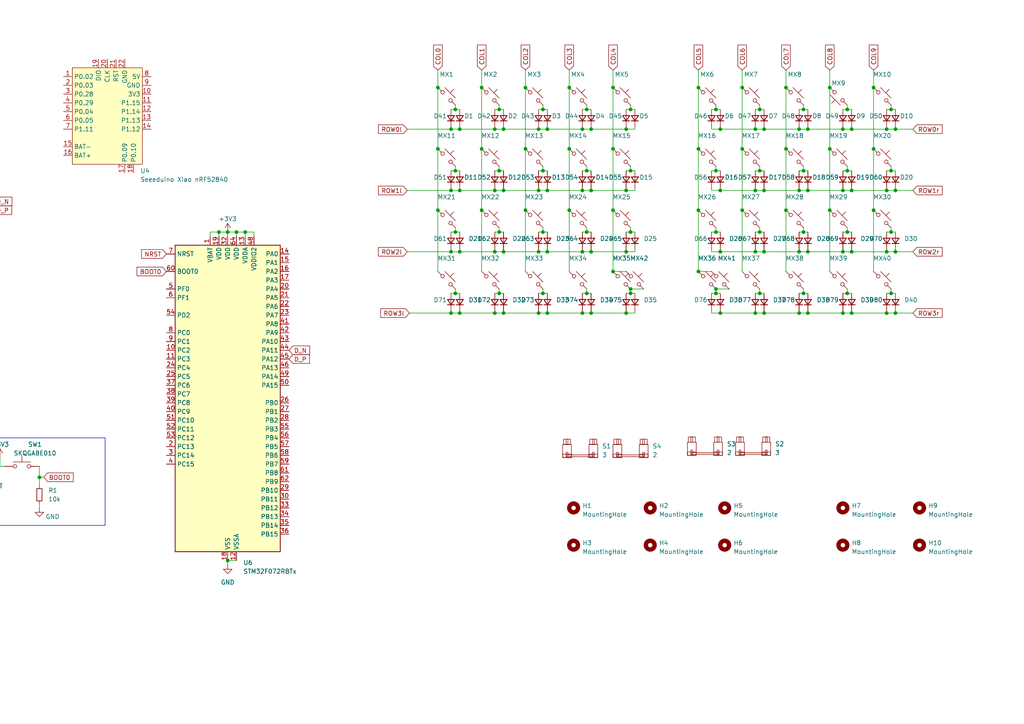
<source format=kicad_sch>
(kicad_sch (version 20230121) (generator eeschema)
  (paper "A4")
  (junction (at 234.315 73.025))
  (junction (at 132.08 67.31))
  (junction (at 181.61 73.025))
  (junction (at 221.615 90.805))
  (junction (at 233.045 49.53))
  (junction (at 245.745 67.31))
  (junction (at 146.05 55.245))
  (junction (at 156.21 73.025))
  (junction (at -150.495 194.31))
  (junction (at 220.345 49.53))
  (junction (at 146.05 90.805))
  (junction (at 71.12 67.31))
  (junction (at 207.645 31.75))
  (junction (at 240.665 60.96))
  (junction (at -87.63 143.51))
  (junction (at 171.45 37.465))
  (junction (at 182.88 49.53))
  (junction (at 139.7 25.4))
  (junction (at 133.35 37.465))
  (junction (at 202.565 78.74))
  (junction (at 245.745 49.53))
  (junction (at 202.565 25.4))
  (junction (at 245.745 85.09))
  (junction (at 132.08 85.09))
  (junction (at -64.77 143.51))
  (junction (at 171.45 90.805))
  (junction (at 144.78 31.75))
  (junction (at -112.395 163.83))
  (junction (at 219.075 73.025))
  (junction (at 130.81 73.025))
  (junction (at -140.335 142.24))
  (junction (at 227.965 60.96))
  (junction (at -76.2 135.89))
  (junction (at 244.475 55.245))
  (junction (at 231.775 73.025))
  (junction (at 234.315 90.805))
  (junction (at 181.61 55.245))
  (junction (at 165.1 25.4))
  (junction (at -87.63 135.89))
  (junction (at 63.5 67.31))
  (junction (at 240.665 43.18))
  (junction (at -20.32 24.13))
  (junction (at 245.745 31.75))
  (junction (at 170.18 67.31))
  (junction (at 182.88 85.09))
  (junction (at 139.7 43.18))
  (junction (at 143.51 55.245))
  (junction (at 220.345 67.31))
  (junction (at 127 60.96))
  (junction (at 177.8 43.18))
  (junction (at 258.445 85.09))
  (junction (at 258.445 67.31))
  (junction (at 220.345 85.09))
  (junction (at 158.75 73.025))
  (junction (at 219.075 90.805))
  (junction (at -25.4 170.815))
  (junction (at 158.75 90.805))
  (junction (at 139.7 60.96))
  (junction (at 133.35 55.245))
  (junction (at 207.645 49.53))
  (junction (at 156.21 37.465))
  (junction (at 231.775 37.465))
  (junction (at 177.8 78.74))
  (junction (at 231.775 90.805))
  (junction (at -69.215 217.805))
  (junction (at -153.035 142.24))
  (junction (at 234.315 37.465))
  (junction (at 233.045 85.09))
  (junction (at -35.56 178.435) (diameter 0.9144))
  (junction (at 244.475 90.805))
  (junction (at 157.48 31.75))
  (junction (at 181.61 90.805))
  (junction (at 221.615 55.245))
  (junction (at 208.915 90.805))
  (junction (at 247.015 55.245))
  (junction (at 182.88 31.75))
  (junction (at 258.445 31.75))
  (junction (at -76.2 143.51))
  (junction (at 259.715 37.465))
  (junction (at 257.175 73.025))
  (junction (at 253.365 43.18))
  (junction (at 247.015 37.465))
  (junction (at -53.34 143.51))
  (junction (at 127 43.18))
  (junction (at -17.78 144.78))
  (junction (at 208.915 55.245))
  (junction (at 11.43 138.43))
  (junction (at 127 25.4))
  (junction (at 181.61 37.465))
  (junction (at 247.015 73.025))
  (junction (at 157.48 85.09))
  (junction (at 144.78 85.09))
  (junction (at -43.815 143.51))
  (junction (at 168.91 73.025))
  (junction (at 227.965 25.4))
  (junction (at 152.4 25.4))
  (junction (at 144.78 67.31))
  (junction (at 259.715 90.805))
  (junction (at 247.015 90.805))
  (junction (at 253.365 25.4))
  (junction (at 182.88 67.31))
  (junction (at 168.91 90.805))
  (junction (at -99.06 135.89))
  (junction (at 165.1 60.96))
  (junction (at 165.1 43.18))
  (junction (at 170.18 85.09))
  (junction (at 168.91 55.245))
  (junction (at 233.045 67.31))
  (junction (at 257.175 55.245))
  (junction (at 215.265 60.96))
  (junction (at 171.45 55.245))
  (junction (at 257.175 90.805))
  (junction (at 208.915 37.465))
  (junction (at 144.78 49.53))
  (junction (at 219.075 55.245))
  (junction (at -61.595 215.265))
  (junction (at 130.81 37.465))
  (junction (at 215.265 43.18))
  (junction (at 170.18 49.53))
  (junction (at 220.345 31.75))
  (junction (at 143.51 90.805))
  (junction (at 158.75 55.245))
  (junction (at 231.775 55.245))
  (junction (at 207.645 83.82))
  (junction (at 240.665 25.4))
  (junction (at 68.58 67.31))
  (junction (at 207.645 67.31))
  (junction (at -64.77 135.89))
  (junction (at 66.04 162.56))
  (junction (at 233.045 31.75))
  (junction (at 133.35 90.805))
  (junction (at 157.48 49.53))
  (junction (at 156.21 90.805))
  (junction (at 146.05 37.465))
  (junction (at 132.08 31.75))
  (junction (at 158.75 37.465))
  (junction (at 130.81 55.245))
  (junction (at 66.04 67.31))
  (junction (at 168.91 37.465))
  (junction (at 221.615 73.025))
  (junction (at 143.51 73.025))
  (junction (at 221.615 37.465))
  (junction (at -53.34 135.89))
  (junction (at 152.4 43.18))
  (junction (at 259.715 73.025))
  (junction (at 133.35 73.025))
  (junction (at 259.715 55.245))
  (junction (at -43.815 135.89))
  (junction (at 208.915 73.025))
  (junction (at 257.175 37.465))
  (junction (at -99.06 143.51))
  (junction (at 170.18 31.75))
  (junction (at 152.4 60.96))
  (junction (at -45.72 170.815))
  (junction (at 244.475 37.465))
  (junction (at -138.43 142.24))
  (junction (at 171.45 73.025))
  (junction (at -20.32 104.14))
  (junction (at 132.08 49.53))
  (junction (at 215.265 25.4))
  (junction (at -65.405 227.965))
  (junction (at 207.645 85.09))
  (junction (at 244.475 73.025))
  (junction (at 258.445 49.53))
  (junction (at 130.81 90.805))
  (junction (at 234.315 55.245))
  (junction (at 177.8 60.96))
  (junction (at -15.24 24.13))
  (junction (at -17.78 24.13))
  (junction (at 182.88 83.82))
  (junction (at 253.365 60.96))
  (junction (at 202.565 43.18))
  (junction (at 202.565 60.96))
  (junction (at 157.48 67.31))
  (junction (at 177.8 25.4))
  (junction (at 219.075 37.465))
  (junction (at 143.51 37.465))
  (junction (at 146.05 73.025))
  (junction (at 227.965 43.18))
  (junction (at 156.21 55.245))
  (no_connect (at -122.682 24.892))
  (no_connect (at -131.445 184.15))
  (no_connect (at -131.445 186.69))
  (no_connect (at -176.022 24.892))
  (wire (pts (xy 240.665 60.96) (xy 240.665 78.74)))
  (wire (pts (xy 132.08 49.53) (xy 133.35 49.53)))
  (wire (pts (xy 253.365 43.18) (xy 253.365 60.96)))
  (wire (pts (xy 231.775 85.09) (xy 233.045 85.09)))
  (wire (pts (xy 139.7 43.18) (xy 139.7 60.96)))
  (wire (pts (xy -126.492 -6.35) (xy -123.698 -6.35)))
  (wire (pts (xy -61.595 194.945) (xy -61.595 192.405)))
  (wire (pts (xy 168.91 90.17) (xy 168.91 90.805)))
  (wire (pts (xy -25.4 169.545) (xy -25.4 170.815)))
  (wire (pts (xy -65.405 227.965) (xy -61.595 227.965)))
  (wire (pts (xy 244.475 37.465) (xy 247.015 37.465)))
  (wire (pts (xy 259.715 54.61) (xy 259.715 55.245)))
  (wire (pts (xy 181.61 31.75) (xy 182.88 31.75)))
  (wire (pts (xy 133.35 54.61) (xy 133.35 55.245)))
  (wire (pts (xy 144.78 30.48) (xy 144.78 31.75)))
  (wire (pts (xy 158.75 36.83) (xy 158.75 37.465)))
  (wire (pts (xy 219.075 85.09) (xy 220.345 85.09)))
  (wire (pts (xy -64.77 143.51) (xy -53.34 143.51)))
  (wire (pts (xy 11.43 138.43) (xy 12.7 138.43)))
  (wire (pts (xy 220.345 48.26) (xy 220.345 49.53)))
  (wire (pts (xy -22.86 24.13) (xy -20.32 24.13)))
  (wire (pts (xy 177.8 78.74) (xy 181.61 78.74)))
  (wire (pts (xy 171.45 36.83) (xy 171.45 37.465)))
  (wire (pts (xy 181.61 54.61) (xy 181.61 55.245)))
  (wire (pts (xy 258.445 31.75) (xy 259.715 31.75)))
  (wire (pts (xy 231.775 72.39) (xy 231.775 73.025)))
  (wire (pts (xy 207.645 83.82) (xy 207.645 85.09)))
  (wire (pts (xy 231.775 67.31) (xy 233.045 67.31)))
  (wire (pts (xy 206.375 90.17) (xy 206.375 90.805)))
  (wire (pts (xy 68.58 67.31) (xy 66.04 67.31)))
  (wire (pts (xy 158.75 90.17) (xy 158.75 90.805)))
  (wire (pts (xy -87.63 135.89) (xy -99.06 135.89)))
  (wire (pts (xy -61.595 215.265) (xy -61.595 221.615)))
  (wire (pts (xy 156.21 49.53) (xy 157.48 49.53)))
  (wire (pts (xy 132.08 67.31) (xy 133.35 67.31)))
  (wire (pts (xy 247.015 36.83) (xy 247.015 37.465)))
  (wire (pts (xy 144.78 48.26) (xy 144.78 49.53)))
  (wire (pts (xy -184.912 -6.35) (xy -184.912 -8.89)))
  (wire (pts (xy 130.81 37.465) (xy 133.35 37.465)))
  (wire (pts (xy 168.91 36.83) (xy 168.91 37.465)))
  (wire (pts (xy 130.81 55.245) (xy 133.35 55.245)))
  (wire (pts (xy -17.78 144.78) (xy -10.795 144.78)))
  (wire (pts (xy -64.77 135.89) (xy -53.34 135.89)))
  (wire (pts (xy 221.615 72.39) (xy 221.615 73.025)))
  (wire (pts (xy 133.35 37.465) (xy 143.51 37.465)))
  (wire (pts (xy 181.61 37.465) (xy 184.15 37.465)))
  (wire (pts (xy 221.615 54.61) (xy 221.615 55.245)))
  (wire (pts (xy 206.375 72.39) (xy 206.375 73.025)))
  (wire (pts (xy 247.015 90.805) (xy 257.175 90.805)))
  (wire (pts (xy 259.715 37.465) (xy 264.795 37.465)))
  (wire (pts (xy 182.88 49.53) (xy 184.15 49.53)))
  (wire (pts (xy 152.4 20.32) (xy 152.4 25.4)))
  (wire (pts (xy 158.75 37.465) (xy 168.91 37.465)))
  (wire (pts (xy 143.51 73.025) (xy 146.05 73.025)))
  (wire (pts (xy 259.715 73.025) (xy 264.795 73.025)))
  (wire (pts (xy 182.88 85.09) (xy 184.15 85.09)))
  (wire (pts (xy -140.335 142.24) (xy -138.43 142.24)))
  (wire (pts (xy -99.06 146.05) (xy -99.06 143.51)))
  (wire (pts (xy -53.34 135.89) (xy -43.815 135.89)))
  (wire (pts (xy 247.015 90.17) (xy 247.015 90.805)))
  (wire (pts (xy -87.63 135.89) (xy -76.2 135.89)))
  (wire (pts (xy 139.7 20.32) (xy 139.7 25.4)))
  (wire (pts (xy -154.305 194.31) (xy -150.495 194.31)))
  (wire (pts (xy 171.45 73.025) (xy 181.61 73.025)))
  (wire (pts (xy 221.615 37.465) (xy 231.775 37.465)))
  (wire (pts (xy 219.075 67.31) (xy 220.345 67.31)))
  (wire (pts (xy 259.715 55.245) (xy 264.795 55.245)))
  (wire (pts (xy 168.91 90.805) (xy 171.45 90.805)))
  (wire (pts (xy 127 43.18) (xy 127 60.96)))
  (wire (pts (xy 220.345 85.09) (xy 221.615 85.09)))
  (wire (pts (xy -133.35 -6.35) (xy -131.572 -6.35)))
  (wire (pts (xy -69.215 226.695) (xy -69.215 227.965)))
  (wire (pts (xy -17.78 134.62) (xy -17.78 139.065)))
  (wire (pts (xy 227.965 60.96) (xy 227.965 78.74)))
  (wire (pts (xy 1.27 135.255) (xy 0 135.255)))
  (wire (pts (xy 259.715 90.17) (xy 259.715 90.805)))
  (wire (pts (xy 257.175 72.39) (xy 257.175 73.025)))
  (wire (pts (xy 244.475 72.39) (xy 244.475 73.025)))
  (wire (pts (xy 144.78 85.09) (xy 146.05 85.09)))
  (wire (pts (xy 168.91 85.09) (xy 170.18 85.09)))
  (wire (pts (xy 130.81 90.805) (xy 133.35 90.805)))
  (wire (pts (xy 156.21 37.465) (xy 158.75 37.465)))
  (wire (pts (xy 143.51 90.805) (xy 146.05 90.805)))
  (wire (pts (xy 233.045 66.04) (xy 233.045 67.31)))
  (wire (pts (xy 208.915 90.17) (xy 208.915 90.805)))
  (wire (pts (xy 132.08 83.82) (xy 132.08 85.09)))
  (wire (pts (xy 133.35 73.025) (xy 143.51 73.025)))
  (wire (pts (xy 144.78 49.53) (xy 146.05 49.53)))
  (wire (pts (xy -35.56 178.435) (xy -25.4 178.435)))
  (wire (pts (xy 170.18 85.09) (xy 171.45 85.09)))
  (wire (pts (xy 231.775 54.61) (xy 231.775 55.245)))
  (wire (pts (xy 156.21 36.83) (xy 156.21 37.465)))
  (wire (pts (xy 171.45 90.805) (xy 181.61 90.805)))
  (wire (pts (xy 127 25.4) (xy 127 43.18)))
  (wire (pts (xy -103.505 215.265) (xy -61.595 215.265)))
  (wire (pts (xy 146.05 90.805) (xy 156.21 90.805)))
  (wire (pts (xy 181.61 72.39) (xy 181.61 73.025)))
  (wire (pts (xy 245.745 31.75) (xy 247.015 31.75)))
  (wire (pts (xy 244.475 49.53) (xy 245.745 49.53)))
  (wire (pts (xy 207.645 49.53) (xy 208.915 49.53)))
  (wire (pts (xy -20.32 105.41) (xy -20.32 104.14)))
  (wire (pts (xy 146.05 37.465) (xy 156.21 37.465)))
  (wire (pts (xy 156.21 54.61) (xy 156.21 55.245)))
  (wire (pts (xy 132.08 31.75) (xy 133.35 31.75)))
  (wire (pts (xy -20.32 24.13) (xy -20.32 25.4)))
  (wire (pts (xy 68.58 67.31) (xy 68.58 68.58)))
  (wire (pts (xy 170.18 31.75) (xy 171.45 31.75)))
  (wire (pts (xy 231.775 90.17) (xy 231.775 90.805)))
  (wire (pts (xy 152.4 43.18) (xy 152.4 60.96)))
  (wire (pts (xy -61.595 227.965) (xy -61.595 226.695)))
  (wire (pts (xy 244.475 31.75) (xy 245.745 31.75)))
  (wire (pts (xy 219.075 31.75) (xy 220.345 31.75)))
  (wire (pts (xy -25.4 170.815) (xy -25.4 172.085)))
  (wire (pts (xy 156.21 90.805) (xy 158.75 90.805)))
  (wire (pts (xy -153.035 142.24) (xy -148.59 142.24)))
  (wire (pts (xy 11.43 138.43) (xy 11.43 140.97)))
  (wire (pts (xy 157.48 48.26) (xy 157.48 49.53)))
  (wire (pts (xy 245.745 83.82) (xy 245.745 85.09)))
  (wire (pts (xy 171.45 37.465) (xy 181.61 37.465)))
  (wire (pts (xy 207.645 48.26) (xy 207.645 49.53)))
  (wire (pts (xy 234.315 55.245) (xy 244.475 55.245)))
  (wire (pts (xy 170.18 83.82) (xy 170.18 85.09)))
  (wire (pts (xy 220.345 83.82) (xy 220.345 85.09)))
  (wire (pts (xy 132.08 48.26) (xy 132.08 49.53)))
  (wire (pts (xy 130.81 36.83) (xy 130.81 37.465)))
  (wire (pts (xy 66.04 162.56) (xy 68.58 162.56)))
  (wire (pts (xy 170.18 66.04) (xy 170.18 67.31)))
  (wire (pts (xy 206.375 55.245) (xy 208.915 55.245)))
  (wire (pts (xy 231.775 31.75) (xy 233.045 31.75)))
  (wire (pts (xy 202.565 60.96) (xy 202.565 78.74)))
  (wire (pts (xy 157.48 83.82) (xy 157.48 85.09)))
  (wire (pts (xy 130.81 85.09) (xy 132.08 85.09)))
  (wire (pts (xy 132.08 30.48) (xy 132.08 31.75)))
  (wire (pts (xy 258.445 48.26) (xy 258.445 49.53)))
  (wire (pts (xy 157.48 67.31) (xy 158.75 67.31)))
  (wire (pts (xy 144.78 66.04) (xy 144.78 67.31)))
  (wire (pts (xy 152.4 60.96) (xy 152.4 78.74)))
  (wire (pts (xy 208.915 90.805) (xy 219.075 90.805)))
  (wire (pts (xy 144.78 83.82) (xy 144.78 85.09)))
  (wire (pts (xy 227.965 20.32) (xy 227.965 25.4)))
  (wire (pts (xy -131.445 168.91) (xy -131.445 171.45)))
  (wire (pts (xy -99.06 133.35) (xy -99.06 135.89)))
  (wire (pts (xy 146.05 36.83) (xy 146.05 37.465)))
  (wire (pts (xy 253.365 20.32) (xy 253.365 25.4)))
  (wire (pts (xy -43.815 135.89) (xy -35.56 135.89)))
  (wire (pts (xy -179.832 -8.89) (xy -179.832 -6.35)))
  (wire (pts (xy 168.91 72.39) (xy 168.91 73.025)))
  (wire (pts (xy 168.91 55.245) (xy 171.45 55.245)))
  (wire (pts (xy 118.11 73.025) (xy 130.81 73.025)))
  (wire (pts (xy 219.075 72.39) (xy 219.075 73.025)))
  (wire (pts (xy 165.1 20.32) (xy 165.1 25.4)))
  (wire (pts (xy 158.75 55.245) (xy 168.91 55.245)))
  (wire (pts (xy 247.015 55.245) (xy 257.175 55.245)))
  (wire (pts (xy 234.315 36.83) (xy 234.315 37.465)))
  (wire (pts (xy 182.88 31.75) (xy 184.15 31.75)))
  (wire (pts (xy 158.75 90.805) (xy 168.91 90.805)))
  (wire (pts (xy -27.94 170.815) (xy -25.4 170.815)))
  (wire (pts (xy 133.35 36.83) (xy 133.35 37.465)))
  (wire (pts (xy 143.51 72.39) (xy 143.51 73.025)))
  (wire (pts (xy 182.88 67.31) (xy 184.15 67.31)))
  (wire (pts (xy 207.645 85.09) (xy 208.915 85.09)))
  (wire (pts (xy -45.72 170.815) (xy -43.18 170.815)))
  (wire (pts (xy 244.475 55.245) (xy 247.015 55.245)))
  (wire (pts (xy 233.045 30.48) (xy 233.045 31.75)))
  (wire (pts (xy -17.78 24.13) (xy -17.78 25.4)))
  (wire (pts (xy 156.21 72.39) (xy 156.21 73.025)))
  (wire (pts (xy 171.45 72.39) (xy 171.45 73.025)))
  (wire (pts (xy -143.51 142.24) (xy -140.335 142.24)))
  (wire (pts (xy 220.345 66.04) (xy 220.345 67.31)))
  (wire (pts (xy 221.615 73.025) (xy 231.775 73.025)))
  (wire (pts (xy 244.475 90.17) (xy 244.475 90.805)))
  (wire (pts (xy 231.775 36.83) (xy 231.775 37.465)))
  (wire (pts (xy 257.175 90.805) (xy 259.715 90.805)))
  (wire (pts (xy 156.21 73.025) (xy 158.75 73.025)))
  (wire (pts (xy 257.175 67.31) (xy 258.445 67.31)))
  (wire (pts (xy 182.88 66.04) (xy 182.88 67.31)))
  (wire (pts (xy 233.045 83.82) (xy 233.045 85.09)))
  (wire (pts (xy 257.175 54.61) (xy 257.175 55.245)))
  (wire (pts (xy 71.12 67.31) (xy 71.12 68.58)))
  (wire (pts (xy -17.78 134.62) (xy -10.795 134.62)))
  (wire (pts (xy 219.075 55.245) (xy 221.615 55.245)))
  (wire (pts (xy -138.43 142.24) (xy -135.255 142.24)))
  (wire (pts (xy 63.5 67.31) (xy 66.04 67.31)))
  (wire (pts (xy -179.832 -6.35) (xy -178.054 -6.35)))
  (wire (pts (xy -15.24 24.13) (xy -12.7 24.13)))
  (wire (pts (xy 139.7 25.4) (xy 139.7 43.18)))
  (wire (pts (xy 60.96 67.31) (xy 60.96 68.58)))
  (wire (pts (xy 146.05 90.17) (xy 146.05 90.805)))
  (wire (pts (xy 118.745 90.805) (xy 130.81 90.805)))
  (wire (pts (xy 158.75 73.025) (xy 168.91 73.025)))
  (wire (pts (xy 165.1 43.18) (xy 165.1 60.96)))
  (wire (pts (xy -131.445 163.83) (xy -123.825 163.83)))
  (wire (pts (xy -69.215 227.965) (xy -65.405 227.965)))
  (wire (pts (xy 215.265 60.96) (xy 215.265 78.74)))
  (wire (pts (xy -15.24 24.13) (xy -15.24 25.4)))
  (wire (pts (xy 206.375 31.75) (xy 207.645 31.75)))
  (wire (pts (xy 143.51 49.53) (xy 144.78 49.53)))
  (wire (pts (xy -61.595 215.265) (xy -53.975 215.265)))
  (wire (pts (xy 227.965 25.4) (xy 227.965 43.18)))
  (wire (pts (xy 206.375 73.025) (xy 208.915 73.025)))
  (wire (pts (xy -140.335 135.89) (xy -140.335 142.24)))
  (wire (pts (xy -126.492 -8.89) (xy -126.492 -6.35)))
  (wire (pts (xy 240.665 43.18) (xy 240.665 60.96)))
  (wire (pts (xy 219.075 54.61) (xy 219.075 55.245)))
  (wire (pts (xy 157.48 85.09) (xy 158.75 85.09)))
  (wire (pts (xy 143.51 36.83) (xy 143.51 37.465)))
  (wire (pts (xy 244.475 67.31) (xy 245.745 67.31)))
  (wire (pts (xy 130.81 72.39) (xy 130.81 73.025)))
  (wire (pts (xy 208.915 73.025) (xy 219.075 73.025)))
  (wire (pts (xy 221.615 90.17) (xy 221.615 90.805)))
  (wire (pts (xy 143.51 54.61) (xy 143.51 55.245)))
  (wire (pts (xy 233.045 49.53) (xy 234.315 49.53)))
  (wire (pts (xy 234.315 72.39) (xy 234.315 73.025)))
  (wire (pts (xy 207.645 30.48) (xy 207.645 31.75)))
  (wire (pts (xy 206.375 37.465) (xy 208.915 37.465)))
  (wire (pts (xy 219.075 49.53) (xy 220.345 49.53)))
  (wire (pts (xy 206.375 67.31) (xy 207.645 67.31)))
  (wire (pts (xy -20.32 104.14) (xy -17.78 104.14)))
  (wire (pts (xy 219.075 90.17) (xy 219.075 90.805)))
  (wire (pts (xy 258.445 83.82) (xy 258.445 85.09)))
  (wire (pts (xy 130.81 90.17) (xy 130.81 90.805)))
  (wire (pts (xy 233.045 67.31) (xy 234.315 67.31)))
  (wire (pts (xy 206.375 85.09) (xy 207.645 85.09)))
  (wire (pts (xy 168.91 67.31) (xy 170.18 67.31)))
  (wire (pts (xy 170.18 67.31) (xy 171.45 67.31)))
  (wire (pts (xy 240.665 20.32) (xy 240.665 25.4)))
  (wire (pts (xy 206.375 36.83) (xy 206.375 37.465)))
  (wire (pts (xy 143.51 90.17) (xy 143.51 90.805)))
  (wire (pts (xy 157.48 49.53) (xy 158.75 49.53)))
  (wire (pts (xy 133.35 72.39) (xy 133.35 73.025)))
  (wire (pts (xy -17.78 144.78) (xy -17.78 144.145)))
  (wire (pts (xy 165.1 60.96) (xy 165.1 78.74)))
  (wire (pts (xy 231.775 90.805) (xy 234.315 90.805)))
  (wire (pts (xy 244.475 54.61) (xy 244.475 55.245)))
  (wire (pts (xy -61.595 200.025) (xy -61.595 215.265)))
  (wire (pts (xy 208.915 36.83) (xy 208.915 37.465)))
  (wire (pts (xy 11.43 146.05) (xy 11.43 147.32)))
  (wire (pts (xy 202.565 78.74) (xy 206.375 78.74)))
  (wire (pts (xy 257.175 55.245) (xy 259.715 55.245)))
  (wire (pts (xy 177.8 43.18) (xy 177.8 60.96)))
  (wire (pts (xy 206.375 49.53) (xy 207.645 49.53)))
  (wire (pts (xy 60.96 67.31) (xy 63.5 67.31)))
  (wire (pts (xy 245.745 85.09) (xy 247.015 85.09)))
  (wire (pts (xy 68.58 67.31) (xy 71.12 67.31)))
  (wire (pts (xy 156.21 90.17) (xy 156.21 90.805)))
  (wire (pts (xy 143.51 67.31) (xy 144.78 67.31)))
  (wire (pts (xy 219.075 37.465) (xy 221.615 37.465)))
  (wire (pts (xy -45.72 177.165) (xy -45.72 178.435)))
  (wire (pts (xy 133.35 55.245) (xy 143.51 55.245)))
  (wire (pts (xy 234.315 37.465) (xy 244.475 37.465)))
  (wire (pts (xy 215.265 25.4) (xy 215.265 43.18)))
  (wire (pts (xy 133.35 90.17) (xy 133.35 90.805)))
  (wire (pts (xy 139.7 60.96) (xy 139.7 78.74)))
  (wire (pts (xy 233.045 85.09) (xy 234.315 85.09)))
  (wire (pts (xy 259.715 90.805) (xy 264.795 90.805)))
  (wire (pts (xy 168.91 49.53) (xy 170.18 49.53)))
  (wire (pts (xy -153.035 135.89) (xy -153.035 142.24)))
  (wire (pts (xy 208.915 72.39) (xy 208.915 73.025)))
  (wire (pts (xy 130.81 49.53) (xy 132.08 49.53)))
  (wire (pts (xy 234.315 90.805) (xy 244.475 90.805)))
  (wire (pts (xy 71.12 67.31) (xy 73.66 67.31)))
  (wire (pts (xy -131.445 173.99) (xy -131.445 176.53)))
  (wire (pts (xy -53.34 143.51) (xy -43.815 143.51)))
  (wire (pts (xy 257.175 90.17) (xy 257.175 90.805)))
  (wire (pts (xy 258.445 85.09) (xy 259.715 85.09)))
  (wire (pts (xy 231.775 37.465) (xy 234.315 37.465)))
  (wire (pts (xy 130.81 67.31) (xy 132.08 67.31)))
  (wire (pts (xy 247.015 37.465) (xy 257.175 37.465)))
  (wire (pts (xy -12.7 24.13) (xy -12.7 25.4)))
  (wire (pts (xy -118.745 161.29) (xy -112.395 161.29)))
  (wire (pts (xy 202.565 20.32) (xy 202.565 25.4)))
  (wire (pts (xy -112.395 161.29) (xy -112.395 163.83)))
  (wire (pts (xy 181.61 67.31) (xy 182.88 67.31)))
  (wire (pts (xy 143.51 31.75) (xy 144.78 31.75)))
  (wire (pts (xy -69.215 217.805) (xy -53.975 217.805)))
  (wire (pts (xy 152.4 25.4) (xy 152.4 43.18)))
  (wire (pts (xy 245.745 48.26) (xy 245.745 49.53)))
  (wire (pts (xy 177.8 20.32) (xy 177.8 25.4)))
  (wire (pts (xy -76.2 143.51) (xy -64.77 143.51)))
  (wire (pts (xy 220.345 67.31) (xy 221.615 67.31)))
  (wire (pts (xy 247.015 54.61) (xy 247.015 55.245)))
  (wire (pts (xy 247.015 73.025) (xy 257.175 73.025)))
  (wire (pts (xy -76.2 135.89) (xy -64.77 135.89)))
  (wire (pts (xy 231.775 55.245) (xy 234.315 55.245)))
  (wire (pts (xy 182.88 83.82) (xy 186.69 83.82)))
  (wire (pts (xy 184.15 54.61) (xy 184.15 55.245)))
  (wire (pts (xy -69.215 217.805) (xy -69.215 221.615)))
  (wire (pts (xy 207.645 31.75) (xy 208.915 31.75)))
  (wire (pts (xy 181.61 49.53) (xy 182.88 49.53)))
  (wire (pts (xy 206.375 90.805) (xy 208.915 90.805)))
  (wire (pts (xy -95.885 220.345) (xy -95.885 217.805)))
  (wire (pts (xy 221.615 55.245) (xy 231.775 55.245)))
  (wire (pts (xy 208.915 55.245) (xy 219.075 55.245)))
  (wire (pts (xy 132.08 66.04) (xy 132.08 67.31)))
  (wire (pts (xy 244.475 90.805) (xy 247.015 90.805)))
  (wire (pts (xy 177.8 25.4) (xy 177.8 43.18)))
  (wire (pts (xy 219.075 90.805) (xy 221.615 90.805)))
  (wire (pts (xy 244.475 36.83) (xy 244.475 37.465)))
  (wire (pts (xy 181.61 55.245) (xy 184.15 55.245)))
  (wire (pts (xy 157.48 66.04) (xy 157.48 67.31)))
  (wire (pts (xy 143.51 37.465) (xy 146.05 37.465)))
  (wire (pts (xy 146.05 54.61) (xy 146.05 55.245)))
  (wire (pts (xy 118.11 37.465) (xy 130.81 37.465)))
  (wire (pts (xy 227.965 43.18) (xy 227.965 60.96)))
  (wire (pts (xy 168.91 31.75) (xy 170.18 31.75)))
  (wire (pts (xy 234.315 73.025) (xy 244.475 73.025)))
  (wire (pts (xy 181.61 90.805) (xy 184.15 90.805)))
  (wire (pts (xy 253.365 60.96) (xy 253.365 78.74)))
  (wire (pts (xy -127.635 142.24) (xy -125.73 142.24)))
  (wire (pts (xy 219.075 36.83) (xy 219.075 37.465)))
  (wire (pts (xy 245.745 49.53) (xy 247.015 49.53)))
  (wire (pts (xy 244.475 85.09) (xy 245.745 85.09)))
  (wire (pts (xy 258.445 30.48) (xy 258.445 31.75)))
  (wire (pts (xy 221.615 90.805) (xy 231.775 90.805)))
  (wire (pts (xy 244.475 73.025) (xy 247.015 73.025)))
  (wire (pts (xy 257.175 36.83) (xy 257.175 37.465)))
  (wire (pts (xy 130.81 31.75) (xy 132.08 31.75)))
  (wire (pts (xy 0 135.255) (xy 0 132.715)))
  (wire (pts (xy 156.21 55.245) (xy 158.75 55.245)))
  (wire (pts (xy -15.24 24.13) (xy -17.78 24.13)))
  (wire (pts (xy -95.885 217.805) (xy -69.215 217.805)))
  (wire (pts (xy 202.565 43.18) (xy 202.565 60.96)))
  (wire (pts (xy 133.35 90.805) (xy 143.51 90.805)))
  (wire (pts (xy 184.15 90.17) (xy 184.15 90.805)))
  (wire (pts (xy -22.86 24.13) (xy -22.86 25.4)))
  (wire (pts (xy -103.505 220.345) (xy -95.885 220.345)))
  (wire (pts (xy 144.78 67.31) (xy 146.05 67.31)))
  (wire (pts (xy -17.78 147.32) (xy -17.78 144.78)))
  (wire (pts (xy 181.61 36.83) (xy 181.61 37.465)))
  (wire (pts (xy -35.56 178.435) (xy -45.72 178.435)))
  (wire (pts (xy 118.11 55.245) (xy 130.81 55.245)))
  (wire (pts (xy 66.04 67.31) (xy 66.04 68.58)))
  (wire (pts (xy 221.615 36.83) (xy 221.615 37.465)))
  (wire (pts (xy 181.61 90.17) (xy 181.61 90.805)))
  (wire (pts (xy 231.775 49.53) (xy 233.045 49.53)))
  (wire (pts (xy -131.445 156.21) (xy -127.635 156.21)))
  (wire (pts (xy -20.32 24.13) (xy -17.78 24.13)))
  (wire (pts (xy -118.745 163.83) (xy -112.395 163.83)))
  (wire (pts (xy 157.48 31.75) (xy 158.75 31.75)))
  (wire (pts (xy 132.08 85.09) (xy 133.35 85.09)))
  (wire (pts (xy 143.51 55.245) (xy 146.05 55.245)))
  (wire (pts (xy 208.915 54.61) (xy 208.915 55.245)))
  (wire (pts (xy 259.715 36.83) (xy 259.715 37.465)))
  (wire (pts (xy -131.445 161.29) (xy -123.825 161.29)))
  (wire (pts (xy 215.265 20.32) (xy 215.265 25.4)))
  (wire (pts (xy 207.645 67.31) (xy 208.915 67.31)))
  (wire (pts (xy 143.51 85.09) (xy 144.78 85.09)))
  (wire (pts (xy -25.4 177.165) (xy -25.4 178.435)))
  (wire (pts (xy 168.91 37.465) (xy 171.45 37.465)))
  (wire (pts (xy 182.88 30.48) (xy 182.88 31.75)))
  (wire (pts (xy 73.66 67.31) (xy 73.66 68.58)))
  (wire (pts (xy 146.05 55.245) (xy 156.21 55.245)))
  (wire (pts (xy 240.665 25.4) (xy 240.665 43.18)))
  (wire (pts (xy 157.48 30.48) (xy 157.48 31.75)))
  (wire (pts (xy 170.18 48.26) (xy 170.18 49.53)))
  (wire (pts (xy 208.915 37.465) (xy 219.075 37.465)))
  (wire (pts (xy 257.175 37.465) (xy 259.715 37.465)))
  (wire (pts (xy 219.075 73.025) (xy 221.615 73.025)))
  (wire (pts (xy -87.63 143.51) (xy -76.2 143.51)))
  (wire (pts (xy 177.8 60.96) (xy 177.8 78.74)))
  (wire (pts (xy 165.1 25.4) (xy 165.1 43.18)))
  (wire (pts (xy 156.21 31.75) (xy 157.48 31.75)))
  (wire (pts (xy 257.175 85.09) (xy 258.445 85.09)))
  (wire (pts (xy 144.78 31.75) (xy 146.05 31.75)))
  (wire (pts (xy 130.81 54.61) (xy 130.81 55.245)))
  (wire (pts (xy 220.345 30.48) (xy 220.345 31.75)))
  (wire (pts (xy 184.15 72.39) (xy 184.15 73.025)))
  (wire (pts (xy 234.315 90.17) (xy 234.315 90.805)))
  (wire (pts (xy 231.775 73.025) (xy 234.315 73.025)))
  (wire (pts (xy 170.18 30.48) (xy 170.18 31.75)))
  (wire (pts (xy 158.75 54.61) (xy 158.75 55.245)))
  (wire (pts (xy 220.345 31.75) (xy 221.615 31.75)))
  (wire (pts (xy 182.88 48.26) (xy 182.88 49.53)))
  (wire (pts (xy 168.91 73.025) (xy 171.45 73.025)))
  (wire (pts (xy 257.175 49.53) (xy 258.445 49.53)))
  (wire (pts (xy -186.69 -6.35) (xy -184.912 -6.35)))
  (wire (pts (xy -48.895 217.805) (xy -45.085 217.805)))
  (wire (pts (xy 257.175 31.75) (xy 258.445 31.75)))
  (wire (pts (xy 207.645 66.04) (xy 207.645 67.31)))
  (wire (pts (xy -48.895 215.265) (xy -45.085 215.265)))
  (wire (pts (xy 66.04 163.83) (xy 66.04 162.56)))
  (wire (pts (xy 220.345 49.53) (xy 221.615 49.53)))
  (wire (pts (xy 258.445 67.31) (xy 259.715 67.31)))
  (wire (pts (xy 245.745 30.48) (xy 245.745 31.75)))
  (wire (pts (xy 184.15 36.83) (xy 184.15 37.465)))
  (wire (pts (xy -45.72 170.815) (xy -45.72 172.085)))
  (wire (pts (xy 158.75 72.39) (xy 158.75 73.025)))
  (wire (pts (xy -150.495 194.31) (xy -146.685 194.31)))
  (wire (pts (xy -87.63 143.51) (xy -99.06 143.51)))
  (wire (pts (xy 233.045 31.75) (xy 234.315 31.75)))
  (wire (pts (xy 11.43 135.255) (xy 11.43 138.43)))
  (wire (pts (xy 234.315 54.61) (xy 234.315 55.245)))
  (wire (pts (xy 182.88 83.82) (xy 182.88 85.09)))
  (wire (pts (xy 207.645 83.82) (xy 211.455 83.82)))
  (wire (pts (xy 130.81 73.025) (xy 133.35 73.025)))
  (wire (pts (xy 171.45 90.17) (xy 171.45 90.805)))
  (wire (pts (xy 245.745 66.04) (xy 245.745 67.31)))
  (wire (pts (xy 171.45 54.61) (xy 171.45 55.245)))
  (wire (pts (xy 258.445 66.04) (xy 258.445 67.31)))
  (wire (pts (xy 146.05 72.39) (xy 146.05 73.025)))
  (wire (pts (xy 258.445 49.53) (xy 259.715 49.53)))
  (wire (pts (xy 259.715 72.39) (xy 259.715 73.025)))
  (wire (pts (xy 253.365 25.4) (xy 253.365 43.18)))
  (wire (pts (xy 156.21 67.31) (xy 157.48 67.31)))
  (wire (pts (xy 202.565 25.4) (xy 202.565 43.18)))
  (wire (pts (xy 63.5 67.31) (xy 63.5 68.58)))
  (wire (pts (xy 127 60.96) (xy 127 78.74)))
  (wire (pts (xy 168.91 54.61) (xy 168.91 55.245)))
  (wire (pts (xy -43.815 143.51) (xy -35.56 143.51)))
  (wire (pts (xy 247.015 72.39) (xy 247.015 73.025)))
  (wire (pts (xy 127 20.32) (xy 127 25.4)))
  (wire (pts (xy 181.61 85.09) (xy 182.88 85.09)))
  (wire (pts (xy 146.05 73.025) (xy 156.21 73.025)))
  (wire (pts (xy 245.745 67.31) (xy 247.015 67.31)))
  (wire (pts (xy 171.45 55.245) (xy 181.61 55.245)))
  (wire (pts (xy 181.61 73.025) (xy 184.15 73.025)))
  (wire (pts (xy 206.375 54.61) (xy 206.375 55.245)))
  (wire (pts (xy 156.21 85.09) (xy 157.48 85.09)))
  (wire (pts (xy 170.18 49.53) (xy 171.45 49.53)))
  (wire (pts (xy 215.265 43.18) (xy 215.265 60.96)))
  (wire (pts (xy 233.045 48.26) (xy 233.045 49.53)))
  (wire (pts (xy -154.94 142.24) (xy -153.035 142.24)))
  (wire (pts (xy 257.175 73.025) (xy 259.715 73.025)))
  (wire (pts (xy -131.572 -6.35) (xy -131.572 -8.89)))
  (rectangle (start -161.925 127) (end -105.41 201.295))
  (rectangle (start -30.48 127) (end 30.48 152.4))
  (rectangle (start -104.14 155.575) (end -55.88 182.245))
  (rectangle (start -53.34 155.575) (end -17.78 182.245))
  (rectangle (start -104.14 127) (end -33.02 152.4))
  (text "B A T T E R Y" (at -142.494 1.016 0) (effects (font (size 1.5 1.5) (thickness 0.3) bold) (justify left bottom)))
  (text "P O W E R\nS W I T C H" (at -142.748 39.116 0) (effects (font (size 1.5 1.5) (thickness 0.3) bold) (justify left bottom)))
  (text "capacitors" (at -102.87 129.54 0) (effects (font (size 1.27 1.27)) (justify left bottom)))
  (text "boot&nrst" (at -29.21 129.54 0) (effects (font (size 1.27 1.27)) (justify left bottom)))
  (text "3.3V LDO" (at -52.07 158.115 0) (effects (font (size 1.27 1.27)) (justify left bottom)))
  (text "B A T T E R Y" (at -195.834 1.27 0) (effects (font (size 1.5 1.5) (thickness 0.3) bold) (justify left bottom)))
  (text "USB" (at -160.655 129.54 0) (effects (font (size 1.27 1.27)) (justify left bottom)))
  (text "ESD" (at -102.235 158.75 0) (effects (font (size 1.27 1.27)) (justify left bottom)))
  (text "P O W E R\nS W I T C H" (at -195.834 38.862 0) (effects (font (size 1.5 1.5) (thickness 0.3) bold) (justify left bottom)))
  (label "CC1" (at -131.445 161.29 0))
  (label "CC2" (at -131.445 163.83 0))
  (global_label "ROW2r" (shape input) (at -78.105 74.93 0) (property "Intersheetrefs" "${INTERSHEET_REFS}" (effects hide)))
  (global_label "COL0" (shape input) (at -60.325 48.26 0) (property "Intersheetrefs" "${INTERSHEET_REFS}" (effects hide)))
  (global_label "ROW1r" (shape input) (at 264.795 55.245 0) (property "Intersheetrefs" "${INTERSHEET_REFS}" (effects hide)))
  (global_label "ROW0l" (shape input) (at -84.455 39.37 180) (property "Intersheetrefs" "${INTERSHEET_REFS}" (effects hide)))
  (global_label "ROW0l" (shape input) (at 118.11 37.465 180) (property "Intersheetrefs" "${INTERSHEET_REFS}" (effects hide)))
  (global_label "COL6" (shape input) (at -59.055 63.5 180) (property "Intersheetrefs" "${INTERSHEET_REFS}" (effects hide)))
  (global_label "BAT+_R" (shape input) (at -132.842 27.432 180) (property "Intersheetrefs" "${INTERSHEET_REFS}" (effects hide)))
  (global_label "COL1" (shape input) (at 139.7 20.32 90) (property "Intersheetrefs" "${INTERSHEET_REFS}" (effects hide)))
  (global_label "D_USB_P" (shape input) (at -103.505 220.345 180) (property "Intersheetrefs" "${INTERSHEET_REFS}" (effects hide)))
  (global_label "BOOT0" (shape input) (at -35.56 35.56 180) (property "Intersheetrefs" "${INTERSHEET_REFS}" (effects hide)))
  (global_label "COL7" (shape input) (at -59.055 66.04 180) (property "Intersheetrefs" "${INTERSHEET_REFS}" (effects hide)))
  (global_label "COL1" (shape input) (at -59.055 55.88 180) (property "Intersheetrefs" "${INTERSHEET_REFS}" (effects hide)))
  (global_label "ROW2" (shape input) (at -60.325 50.8 0) (property "Intersheetrefs" "${INTERSHEET_REFS}" (effects hide)))
  (global_label "NRST" (shape input) (at -35.56 30.48 180) (property "Intersheetrefs" "${INTERSHEET_REFS}" (effects hide)))
  (global_label "NRST" (shape input) (at -17.78 134.62 180) (property "Intersheetrefs" "${INTERSHEET_REFS}" (effects hide)))
  (global_label "ROW1" (shape input) (at -59.055 93.98 180) (property "Intersheetrefs" "${INTERSHEET_REFS}" (effects hide)))
  (global_label "COL9" (shape input) (at -59.055 71.12 180) (property "Intersheetrefs" "${INTERSHEET_REFS}" (effects hide)))
  (global_label "GND_L" (shape input) (at -178.054 -6.35 0) (property "Intersheetrefs" "${INTERSHEET_REFS}" (effects hide)))
  (global_label "ROW3r" (shape input) (at 264.795 90.805 0) (property "Intersheetrefs" "${INTERSHEET_REFS}" (effects hide)))
  (global_label "COL8" (shape input) (at 240.665 20.32 90) (property "Intersheetrefs" "${INTERSHEET_REFS}" (effects hide)))
  (global_label "D_P" (shape input) (at -45.085 217.805 0) (property "Intersheetrefs" "${INTERSHEET_REFS}" (effects hide)))
  (global_label "D_N" (shape input) (at -71.12 171.45 0) (property "Intersheetrefs" "${INTERSHEET_REFS}" (effects hide)))
  (global_label "COL3" (shape input) (at -59.055 60.96 180) (property "Intersheetrefs" "${INTERSHEET_REFS}" (effects hide)))
  (global_label "COL0" (shape input) (at 127 20.32 90) (property "Intersheetrefs" "${INTERSHEET_REFS}" (effects hide)))
  (global_label "NRST" (shape input) (at 48.26 73.66 180) (property "Intersheetrefs" "${INTERSHEET_REFS}" (effects hide)))
  (global_label "VBAT_L" (shape input) (at -186.69 -6.35 180) (property "Intersheetrefs" "${INTERSHEET_REFS}" (effects hide)))
  (global_label "BAT+_L" (shape input) (at -186.182 27.432 180) (property "Intersheetrefs" "${INTERSHEET_REFS}" (effects hide)))
  (global_label "COL9" (shape input) (at 253.365 20.32 90) (property "Intersheetrefs" "${INTERSHEET_REFS}" (effects hide)))
  (global_label "COL8" (shape input) (at -59.055 68.58 180) (property "Intersheetrefs" "${INTERSHEET_REFS}" (effects hide)))
  (global_label "ROW2l" (shape input) (at 118.11 73.025 180) (property "Intersheetrefs" "${INTERSHEET_REFS}" (effects hide)))
  (global_label "D_USB_P" (shape input) (at -131.445 175.26 0) (property "Intersheetrefs" "${INTERSHEET_REFS}" (effects hide)))
  (global_label "ROW1l" (shape input) (at -84.455 57.15 180) (property "Intersheetrefs" "${INTERSHEET_REFS}" (effects hide)))
  (global_label "VBAT_R" (shape input) (at -122.682 29.972 0) (property "Intersheetrefs" "${INTERSHEET_REFS}" (effects hide)))
  (global_label "COL2" (shape input) (at -59.055 58.42 180) (property "Intersheetrefs" "${INTERSHEET_REFS}" (effects hide)))
  (global_label "ROW1l" (shape input) (at 118.11 55.245 180) (property "Intersheetrefs" "${INTERSHEET_REFS}" (effects hide)))
  (global_label "ROW0r" (shape input) (at -78.105 39.37 0) (property "Intersheetrefs" "${INTERSHEET_REFS}" (effects hide)))
  (global_label "D_P" (shape input) (at -2.54 60.96 0) (property "Intersheetrefs" "${INTERSHEET_REFS}" (effects hide)))
  (global_label "COL4" (shape input) (at -59.055 81.28 180) (property "Intersheetrefs" "${INTERSHEET_REFS}" (effects hide)))
  (global_label "D_P" (shape input) (at 83.82 104.14 0) (property "Intersheetrefs" "${INTERSHEET_REFS}" (effects hide)))
  (global_label "VBAT_R" (shape input) (at -133.35 -6.35 180) (property "Intersheetrefs" "${INTERSHEET_REFS}" (effects hide)))
  (global_label "COL4" (shape input) (at 177.8 20.32 90) (property "Intersheetrefs" "${INTERSHEET_REFS}" (effects hide)))
  (global_label "COL2" (shape input) (at 152.4 20.32 90) (property "Intersheetrefs" "${INTERSHEET_REFS}" (effects hide)))
  (global_label "ROW2l" (shape input) (at -84.455 74.93 180) (property "Intersheetrefs" "${INTERSHEET_REFS}" (effects hide)))
  (global_label "GND_R" (shape input) (at -123.698 -6.35 0) (property "Intersheetrefs" "${INTERSHEET_REFS}" (effects hide)))
  (global_label "ROW3l" (shape input) (at 118.745 90.805 180) (property "Intersheetrefs" "${INTERSHEET_REFS}" (effects hide)))
  (global_label "ROW1r" (shape input) (at -78.105 57.15 0) (property "Intersheetrefs" "${INTERSHEET_REFS}" (effects hide)))
  (global_label "D_USB_N" (shape input) (at -103.505 215.265 180) (property "Intersheetrefs" "${INTERSHEET_REFS}" (effects hide)))
  (global_label "ROW2r" (shape input) (at 264.795 73.025 0) (property "Intersheetrefs" "${INTERSHEET_REFS}" (effects hide)))
  (global_label "COL5" (shape input) (at -59.055 83.82 180) (property "Intersheetrefs" "${INTERSHEET_REFS}" (effects hide)))
  (global_label "COL3" (shape input) (at 165.1 20.32 90) (property "Intersheetrefs" "${INTERSHEET_REFS}" (effects hide)))
  (global_label "COL7" (shape input) (at 227.965 20.32 90) (property "Intersheetrefs" "${INTERSHEET_REFS}" (effects hide)))
  (global_label "ROW0r" (shape input) (at 264.795 37.465 0) (property "Intersheetrefs" "${INTERSHEET_REFS}" (effects hide)))
  (global_label "BOOT0" (shape input) (at 12.7 138.43 0) (property "Intersheetrefs" "${INTERSHEET_REFS}" (effects hide)))
  (global_label "D_USB_P" (shape input) (at -91.44 166.37 180) (property "Intersheetrefs" "${INTERSHEET_REFS}" (effects hide)))
  (global_label "D_USB_N" (shape input) (at -71.12 166.37 0) (property "Intersheetrefs" "${INTERSHEET_REFS}" (effects hide)))
  (global_label "ROW3l" (shape input) (at -83.82 92.71 180) (property "Intersheetrefs" "${INTERSHEET_REFS}" (effects hide)))
  (global_label "COL6" (shape input) (at 215.265 20.32 90) (property "Intersheetrefs" "${INTERSHEET_REFS}" (effects hide)))
  (global_label "D_N" (shape input) (at 83.82 101.6 0) (property "Intersheetrefs" "${INTERSHEET_REFS}" (effects hide)))
  (global_label "COL5" (shape input) (at 202.565 20.32 90) (property "Intersheetrefs" "${INTERSHEET_REFS}" (effects hide)))
  (global_label "D_P" (shape input) (at -91.44 171.45 180) (property "Intersheetrefs" "${INTERSHEET_REFS}" (effects hide)))
  (global_label "D_N" (shape input) (at -45.085 215.265 0) (property "Intersheetrefs" "${INTERSHEET_REFS}" (effects hide)))
  (global_label "D_USB_N" (shape input) (at -131.445 170.18 0) (property "Intersheetrefs" "${INTERSHEET_REFS}" (effects hide)))
  (global_label "ROW3r" (shape input) (at -78.105 92.71 0) (property "Intersheetrefs" "${INTERSHEET_REFS}" (effects hide)))
  (global_label "D_N" (shape input) (at -2.54 58.42 0) (property "Intersheetrefs" "${INTERSHEET_REFS}" (effects hide)))
  (global_label "BOOT0" (shape input) (at 48.26 78.74 180) (property "Intersheetrefs" "${INTERSHEET_REFS}" (effects hide)))
  (global_label "ROW3" (shape input) (at -59.055 88.9 180) (property "Intersheetrefs" "${INTERSHEET_REFS}" (effects hide)))
  (global_label "VBAT_L" (shape input) (at -176.022 29.972 0) (property "Intersheetrefs" "${INTERSHEET_REFS}" (effects hide)))
  (symbol (lib_id "Device:D_Small") (at 143.51 69.85 90) (unit 1)
    (property "Reference" "D62" (at 138.43 69.215 90) (effects (justify right)))
    (property "Value" "D_Small" (effects hide))
    (property "Footprint" "kbd:D3_TH_SMD_v2" (effects hide))
    (property "Sim.Device" "D" (effects hide))
    (property "Sim.Pins" "1=K 2=A" (effects hide))
  )
  (symbol (lib_id "Device:D_Small") (at 234.315 52.07 90) (unit 1)
    (property "Reference" "D18" (at 235.585 51.435 90) (effects (justify right)))
    (property "Value" "D_Small" (effects hide))
    (property "Footprint" "kbd:D3_TH_SMD_v2" (effects hide))
    (property "Sim.Device" "D" (effects hide))
    (property "Sim.Pins" "1=K 2=A" (effects hide))
  )
  (symbol (lib_id "MCU_ST_STM32F0:STM32F072RBTx") (at 66.04 116.84 0) (unit 1)
    (property "Reference" "U6" (at 70.5359 163.195 0) (effects (justify left)))
    (property "Value" "STM32F072RBTx" (at 70.5359 165.735 0) (effects (justify left)))
    (property "Footprint" "Package_QFP:LQFP-64_10x10mm_P0.5mm" (effects hide))
    (property "Datasheet" "https://www.st.com/resource/en/datasheet/stm32f072rb.pdf" (effects hide))
  )
  (symbol (lib_id "PCM_marbastlib-mx:MX_SW_solder") (at 167.64 63.5 0) (unit 1)
    (property "Reference" "MX24" (at 167.64 57.15 0))
    (property "Value" "MX_SW_solder" (effects hide))
    (property "Footprint" "PCM_marbastlib-mx:SW_MX_1u" (effects hide))
  )
  (symbol (lib_id "Device:D_Small") (at 171.45 69.85 90) (unit 1)
    (property "Reference" "D24" (at 173.99 69.215 90) (effects (justify right)))
    (property "Value" "D_Small" (effects hide))
    (property "Footprint" "kbd:D3_TH_SMD_v2" (effects hide))
    (property "Sim.Device" "D" (effects hide))
    (property "Sim.Pins" "1=K 2=A" (effects hide))
  )
  (symbol (lib_id "kicad-keyboard-parts:XC6206PxxxMR-Regulator_Linear") (at -35.56 170.815 0) (unit 1)
    (property "Reference" "U3" (at -35.56 160.655 0))
    (property "Value" "XC6206PxxxMR-Regulator_Linear" (at -35.56 163.195 0))
    (property "Footprint" "Package_TO_SOT_THT:TO-92L_Inline" (effects hide))
    (property "Datasheet" "https://www.torexsemi.com/file/xc6206/XC6206.pdf" (effects hide))
    (property "LCSC" "C5446" (effects hide))
  )
  (symbol (lib_id "Device:D_Small") (at 130.81 69.85 90) (unit 1)
    (property "Reference" "D61" (at 125.73 69.215 90) (effects (justify right)))
    (property "Value" "D_Small" (effects hide))
    (property "Footprint" "kbd:D3_TH_SMD_v2" (effects hide))
    (property "Sim.Device" "D" (effects hide))
    (property "Sim.Pins" "1=K 2=A" (effects hide))
  )
  (symbol (lib_id "Device:D_Small") (at 244.475 52.07 90) (unit 1)
    (property "Reference" "D59" (at 239.395 51.435 90) (effects (justify right)))
    (property "Value" "D_Small" (effects hide))
    (property "Footprint" "kbd:D3_TH_SMD_v2" (effects hide))
    (property "Sim.Device" "D" (effects hide))
    (property "Sim.Pins" "1=K 2=A" (effects hide))
  )
  (symbol (lib_id "Device:D_Small") (at 219.075 87.63 90) (unit 1)
    (property "Reference" "D77" (at 213.995 86.995 90) (effects (justify right)))
    (property "Value" "D_Small" (effects hide))
    (property "Footprint" "kbd:D3_TH_SMD_v2" (effects hide))
    (property "Sim.Device" "D" (effects hide))
    (property "Sim.Pins" "1=K 2=A" (effects hide))
  )
  (symbol (lib_id "Device:C") (at -87.63 139.7 0) (unit 1)
    (property "Reference" "C2" (at -84.709 138.5316 0) (effects (justify left)))
    (property "Value" "100nF" (at -84.709 140.843 0) (effects (justify left)))
    (property "Footprint" "Capacitor_THT:C_Disc_D4.3mm_W1.9mm_P5.00mm" (effects hide))
    (property "LCSC" "C307331" (effects hide))
  )
  (symbol (lib_id "PCM_marbastlib-mx:MX_SW_solder") (at 255.905 45.72 0) (unit 1)
    (property "Reference" "MX20" (at 255.905 39.37 0))
    (property "Value" "MX_SW_solder" (effects hide))
    (property "Footprint" "PCM_marbastlib-mx:SW_MX_1u" (effects hide))
  )
  (symbol (lib_id "Power_Protection:USBLC6-2SC6") (at -81.28 168.91 0) (unit 1)
    (property "Reference" "U2" (at -66.04 158.115 0))
    (property "Value" "USBLC6-2SC6" (at -66.04 160.655 0))
    (property "Footprint" "Package_TO_SOT_SMD:SOT-23-6" (effects hide))
    (property "Datasheet" "https://www.st.com/resource/en/datasheet/usblc6-2.pdf" (effects hide))
    (property "LCSC" "C2827654" (effects hide))
  )
  (symbol (lib_id "power:GND") (at -125.73 142.24 0) (unit 1)
    (property "Reference" "#PWR08" (effects hide))
    (property "Value" "GND" (at -125.603 146.6342 0))
  )
  (symbol (lib_id "PCM_marbastlib-mx:MX_SW_solder") (at 255.905 81.28 0) (unit 1)
    (property "Reference" "MX40" (at 255.905 74.93 0))
    (property "Value" "MX_SW_solder" (effects hide))
    (property "Footprint" "PCM_marbastlib-mx:SW_MX_1u" (effects hide))
  )
  (symbol (lib_id "Device:D_Small") (at 168.91 69.85 90) (unit 1)
    (property "Reference" "D64" (at 163.83 69.215 90) (effects (justify right)))
    (property "Value" "D_Small" (effects hide))
    (property "Footprint" "kbd:D3_TH_SMD_v2" (effects hide))
    (property "Sim.Device" "D" (effects hide))
    (property "Sim.Pins" "1=K 2=A" (effects hide))
  )
  (symbol (lib_id "Device:D_Small") (at 146.05 87.63 90) (unit 1)
    (property "Reference" "D32" (at 148.59 86.995 90) (effects (justify right)))
    (property "Value" "D_Small" (effects hide))
    (property "Footprint" "kbd:D3_TH_SMD_v2" (effects hide))
    (property "Sim.Device" "D" (effects hide))
    (property "Sim.Pins" "1=K 2=A" (effects hide))
  )
  (symbol (lib_id "power:GND") (at 11.43 147.32 0) (unit 1)
    (property "Reference" "#PWR010" (effects hide))
    (property "Value" "GND" (at 15.24 149.86 0))
  )
  (symbol (lib_id "Mechanical:MountingHole_Pad") (at -126.492 -11.43 0) (unit 1)
    (property "Reference" "BATGND2" (at -123.444 -12.7 0) (effects (justify left)))
    (property "Value" "-" (effects hide))
    (property "Footprint" "TOTEMlib:BatteryPad" (effects hide))
  )
  (symbol (lib_id "Mechanical:MountingHole") (at 244.475 158.115 0) (unit 1)
    (property "Reference" "H8" (at 247.015 157.48 0) (effects (justify left)))
    (property "Value" "MountingHole" (at 247.015 160.02 0) (effects (justify left)))
    (property "Footprint" "MountingHole:MountingHole_2.2mm_M2_DIN965" (effects hide))
  )
  (symbol (lib_id "PCM_marbastlib-mx:MX_SW_solder") (at 230.505 81.28 0) (unit 1)
    (property "Reference" "MX38" (at 230.505 74.93 0))
    (property "Value" "MX_SW_solder" (effects hide))
    (property "Footprint" "PCM_marbastlib-mx:SW_MX_1u" (effects hide))
  )
  (symbol (lib_id "Device:D_Small") (at 231.775 34.29 90) (unit 1)
    (property "Reference" "D48" (at 226.695 33.655 90) (effects (justify right)))
    (property "Value" "D_Small" (effects hide))
    (property "Footprint" "kbd:D3_TH_SMD_v2" (effects hide))
    (property "Sim.Device" "D" (effects hide))
    (property "Sim.Pins" "1=K 2=A" (effects hide))
  )
  (symbol (lib_id "PCM_marbastlib-mx:MX_SW_solder") (at 154.94 45.72 0) (unit 1)
    (property "Reference" "MX13" (at 154.94 39.37 0))
    (property "Value" "MX_SW_solder" (effects hide))
    (property "Footprint" "PCM_marbastlib-mx:SW_MX_1u" (effects hide))
  )
  (symbol (lib_id "PCM_marbastlib-mx:MX_SW_solder") (at 129.54 45.72 0) (unit 1)
    (property "Reference" "MX11" (at 129.54 39.37 0))
    (property "Value" "MX_SW_solder" (effects hide))
    (property "Footprint" "PCM_marbastlib-mx:SW_MX_1u" (effects hide))
  )
  (symbol (lib_id "PCM_marbastlib-mx:MX_SW_solder") (at 167.64 45.72 0) (unit 1)
    (property "Reference" "MX14" (at 167.64 39.37 0))
    (property "Value" "MX_SW_solder" (effects hide))
    (property "Footprint" "PCM_marbastlib-mx:SW_MX_1u" (effects hide))
  )
  (symbol (lib_id "Device:C") (at -76.2 139.7 0) (unit 1)
    (property "Reference" "C3" (at -73.279 138.5316 0) (effects (justify left)))
    (property "Value" "100nF" (at -73.279 140.843 0) (effects (justify left)))
    (property "Footprint" "Capacitor_THT:C_Disc_D4.3mm_W1.9mm_P5.00mm" (effects hide))
    (property "LCSC" "C307331" (effects hide))
  )
  (symbol (lib_id "Device:C_Small") (at -45.72 174.625 180) (unit 1)
    (property "Reference" "C8" (at -45.72 180.34 0) (effects (font (size 0.762 0.762))))
    (property "Value" "1uF" (at -45.72 181.61 0) (effects (font (size 0.762 0.762))))
    (property "Footprint" "Capacitor_THT:C_Disc_D4.3mm_W1.9mm_P5.00mm" (effects hide))
    (property "LCSC" "C52923" (effects hide))
  )
  (symbol (lib_id "PCM_marbastlib-mx:MX_SW_solder") (at 230.505 63.5 0) (unit 1)
    (property "Reference" "MX28" (at 230.505 57.15 0))
    (property "Value" "MX_SW_solder" (effects hide))
    (property "Footprint" "PCM_marbastlib-mx:SW_MX_1u" (effects hide))
  )
  (symbol (lib_id "Device:D_Small") (at 221.615 69.85 90) (unit 1)
    (property "Reference" "D27" (at 224.155 69.215 90) (effects (justify right)))
    (property "Value" "D_Small" (effects hide))
    (property "Footprint" "kbd:D3_TH_SMD_v2" (effects hide))
    (property "Sim.Device" "D" (effects hide))
    (property "Sim.Pins" "1=K 2=A" (effects hide))
  )
  (symbol (lib_id "PCM_marbastlib-mx:MX_SW_solder") (at 142.24 81.28 0) (unit 1)
    (property "Reference" "MX32" (at 142.24 74.93 0))
    (property "Value" "MX_SW_solder" (effects hide))
    (property "Footprint" "PCM_marbastlib-mx:SW_MX_1u" (effects hide))
  )
  (symbol (lib_id "Device:D_Small") (at 221.615 52.07 90) (unit 1)
    (property "Reference" "D17" (at 222.885 51.435 90) (effects (justify right)))
    (property "Value" "D_Small" (effects hide))
    (property "Footprint" "kbd:D3_TH_SMD_v2" (effects hide))
    (property "Sim.Device" "D" (effects hide))
    (property "Sim.Pins" "1=K 2=A" (effects hide))
  )
  (symbol (lib_id "Device:R_Small") (at -121.285 163.83 90) (unit 1)
    (property "Reference" "R3" (at -125.095 162.56 90))
    (property "Value" "5k1" (at -117.475 162.56 90))
    (property "Footprint" "Resistor_THT:R_Axial_DIN0204_L3.6mm_D1.6mm_P7.62mm_Horizontal" (effects hide))
    (property "LCSC" "C25905" (effects hide))
  )
  (symbol (lib_id "PCM_marbastlib-mx:MX_SW_solder") (at 180.34 81.28 0) (unit 1)
    (property "Reference" "MX35" (at 180.34 74.93 0))
    (property "Value" "MX_SW_solder" (effects hide))
    (property "Footprint" "PCM_marbastlib-mx:SW_MX_1u" (effects hide))
  )
  (symbol (lib_id "Connector:USB_C_Receptacle_USB2.0") (at -146.685 171.45 0) (unit 1)
    (property "Reference" "J1" (at -144.2085 148.59 0))
    (property "Value" "USB_C_Receptacle_USB2.0" (at -144.2085 151.13 0))
    (property "Footprint" "Connector_USB:USB_C_Receptacle_GCT_USB4085" (effects hide))
    (property "Datasheet" "https://www.usb.org/sites/default/files/documents/usb_type-c.zip" (effects hide))
    (property "LCSC" "C165948" (effects hide))
  )
  (symbol (lib_id "Device:D_Small") (at 259.715 87.63 90) (unit 1)
    (property "Reference" "D40" (at 262.255 86.995 90) (effects (justify right)))
    (property "Value" "D_Small" (effects hide))
    (property "Footprint" "kbd:D3_TH_SMD_v2" (effects hide))
    (property "Sim.Device" "D" (effects hide))
    (property "Sim.Pins" "1=K 2=A" (effects hide))
  )
  (symbol (lib_id "PCM_marbastlib-mx:MX_SW_solder") (at 142.24 63.5 0) (unit 1)
    (property "Reference" "MX22" (at 142.24 57.15 0))
    (property "Value" "MX_SW_solder" (effects hide))
    (property "Footprint" "PCM_marbastlib-mx:SW_MX_1u" (effects hide))
  )
  (symbol (lib_id "PCM_marbastlib-mx:MX_stab") (at 182.88 130.175 0) (unit 1)
    (property "Reference" "S4" (at 189.23 129.413 0) (effects (justify left)))
    (property "Value" "2" (at 189.23 131.953 0) (effects (justify left)))
    (property "Footprint" "PCM_marbastlib-mx:STAB_MX_P_2u" (effects hide))
  )
  (symbol (lib_id "power:GND") (at -17.78 147.32 0) (mirror y) (unit 1)
    (property "Reference" "#PWR09" (effects hide))
    (property "Value" "GND" (at -13.97 149.225 0))
  )
  (symbol (lib_id "Device:D_Small") (at 158.75 52.07 90) (unit 1)
    (property "Reference" "D13" (at 160.02 51.435 90) (effects (justify right)))
    (property "Value" "D_Small" (effects hide))
    (property "Footprint" "kbd:D3_TH_SMD_v2" (effects hide))
    (property "Sim.Device" "D" (effects hide))
    (property "Sim.Pins" "1=K 2=A" (effects hide))
  )
  (symbol (lib_id "Device:D_Small") (at 130.81 52.07 90) (unit 1)
    (property "Reference" "D51" (at 125.73 51.435 90) (effects (justify right)))
    (property "Value" "D_Small" (effects hide))
    (property "Footprint" "kbd:D3_TH_SMD_v2" (effects hide))
    (property "Sim.Device" "D" (effects hide))
    (property "Sim.Pins" "1=K 2=A" (effects hide))
  )
  (symbol (lib_id "power:+5V") (at -61.595 192.405 0) (unit 1)
    (property "Reference" "#PWR021" (effects hide))
    (property "Value" "+5V" (at -61.214 188.0108 0))
  )
  (symbol (lib_id "Device:D_Small") (at 156.21 87.63 90) (unit 1)
    (property "Reference" "D73" (at 151.13 86.995 90) (effects (justify right)))
    (property "Value" "D_Small" (effects hide))
    (property "Footprint" "kbd:D3_TH_SMD_v2" (effects hide))
    (property "Sim.Device" "D" (effects hide))
    (property "Sim.Pins" "1=K 2=A" (effects hide))
  )
  (symbol (lib_id "PCM_marbastlib-mx:MX_SW_solder") (at 205.105 81.28 0) (unit 1)
    (property "Reference" "MX36" (at 205.105 74.93 0))
    (property "Value" "MX_SW_solder" (effects hide))
    (property "Footprint" "PCM_marbastlib-mx:SW_MX_1u" (effects hide))
  )
  (symbol (lib_id "Device:D_Small") (at 130.81 34.29 90) (unit 1)
    (property "Reference" "D41" (at 125.73 33.655 90) (effects (justify right)))
    (property "Value" "D_Small" (effects hide))
    (property "Footprint" "kbd:D3_TH_SMD_v2" (effects hide))
    (property "Sim.Device" "D" (effects hide))
    (property "Sim.Pins" "1=K 2=A" (effects hide))
  )
  (symbol (lib_id "Device:D_Small") (at 219.075 69.85 90) (unit 1)
    (property "Reference" "D67" (at 213.995 69.215 90) (effects (justify right)))
    (property "Value" "D_Small" (effects hide))
    (property "Footprint" "kbd:D3_TH_SMD_v2" (effects hide))
    (property "Sim.Device" "D" (effects hide))
    (property "Sim.Pins" "1=K 2=A" (effects hide))
  )
  (symbol (lib_id "PCM_marbastlib-mx:MX_stab") (at 168.275 130.175 0) (unit 1)
    (property "Reference" "S1" (at 174.625 129.413 0) (effects (justify left)))
    (property "Value" "3" (at 174.625 131.953 0) (effects (justify left)))
    (property "Footprint" "PCM_marbastlib-mx:STAB_MX_P_3u" (effects hide))
  )
  (symbol (lib_id "Device:D_TVS") (at -131.445 142.24 0) (unit 1)
    (property "Reference" "D81" (at -131.445 137.16 0))
    (property "Value" "SA15CA" (at -131.445 139.7 0))
    (property "Footprint" "Diode_THT:D_DO-15_P3.81mm_Vertical_AnodeUp" (effects hide))
  )
  (symbol (lib_id "Device:D_Small") (at 231.775 69.85 90) (unit 1)
    (property "Reference" "D68" (at 226.695 69.215 90) (effects (justify right)))
    (property "Value" "D_Small" (effects hide))
    (property "Footprint" "kbd:D3_TH_SMD_v2" (effects hide))
    (property "Sim.Device" "D" (effects hide))
    (property "Sim.Pins" "1=K 2=A" (effects hide))
  )
  (symbol (lib_id "Mechanical:MountingHole") (at 210.185 147.32 0) (unit 1)
    (property "Reference" "H5" (at 212.725 146.685 0) (effects (justify left)))
    (property "Value" "MountingHole" (at 212.725 149.225 0) (effects (justify left)))
    (property "Footprint" "MountingHole:MountingHole_2.2mm_M2_DIN965" (effects hide))
  )
  (symbol (lib_id "power:+5V") (at -138.43 142.24 0) (unit 1)
    (property "Reference" "#PWR07" (effects hide))
    (property "Value" "+5V" (at -138.43 137.16 0))
  )
  (symbol (lib_id "Device:R_Small") (at -121.285 161.29 90) (unit 1)
    (property "Reference" "R2" (at -125.095 160.02 90))
    (property "Value" "5k1" (at -117.475 160.02 90))
    (property "Footprint" "Resistor_THT:R_Axial_DIN0204_L3.6mm_D1.6mm_P7.62mm_Horizontal" (effects hide))
    (property "LCSC" "C25905" (effects hide))
  )
  (symbol (lib_id "Mechanical:MountingHole") (at 188.595 147.32 0) (unit 1)
    (property "Reference" "H2" (at 191.135 146.685 0) (effects (justify left)))
    (property "Value" "MountingHole" (at 191.135 149.225 0) (effects (justify left)))
    (property "Footprint" "MountingHole:MountingHole_2.2mm_M2_DIN965" (effects hide))
  )
  (symbol (lib_id "Device:Polyfuse_Small") (at -146.05 142.24 90) (unit 1)
    (property "Reference" "F1" (at -146.05 135.89 90))
    (property "Value" "500mA" (at -146.05 138.43 90))
    (property "Footprint" "Fuse:Fuse_Bourns_MF-RHT100" (effects hide))
    (property "LCSC" "C70076" (effects hide))
  )
  (symbol (lib_id "lumberjack-rescue:D_Schottky_Small_ALT-Device") (at -69.215 224.155 270) (unit 1)
    (property "Reference" "D82" (at -67.4878 222.9866 90) (effects (justify left)))
    (property "Value" "3.6V" (at -67.4878 225.298 90) (effects (justify left)))
    (property "Footprint" "Diode_THT:D_DO-35_SOD27_P7.62mm_Horizontal" (effects hide))
  )
  (symbol (lib_id "power:VBUS") (at -154.94 142.24 0) (unit 1)
    (property "Reference" "#PWR06" (effects hide))
    (property "Value" "VBUS" (at -154.94 137.16 0))
  )
  (symbol (lib_id "Device:C") (at -35.56 139.7 0) (unit 1)
    (property "Reference" "C6" (at -32.639 138.5316 0) (effects (justify left)))
    (property "Value" "10uF" (at -32.639 140.843 0) (effects (justify left)))
    (property "Footprint" "Capacitor_THT:C_Disc_D4.3mm_W1.9mm_P5.00mm" (effects hide))
  )
  (symbol (lib_id "Device:D_Small") (at 244.475 87.63 90) (unit 1)
    (property "Reference" "D79" (at 239.395 86.995 90) (effects (justify right)))
    (property "Value" "D_Small" (effects hide))
    (property "Footprint" "kbd:D3_TH_SMD_v2" (effects hide))
    (property "Sim.Device" "D" (effects hide))
    (property "Sim.Pins" "1=K 2=A" (effects hide))
  )
  (symbol (lib_id "Device:D_Small") (at 221.615 34.29 90) (unit 1)
    (property "Reference" "D7" (at 222.885 33.655 90) (effects (justify right)))
    (property "Value" "D_Small" (effects hide))
    (property "Footprint" "kbd:D3_TH_SMD_v2" (effects hide))
    (property "Sim.Device" "D" (effects hide))
    (property "Sim.Pins" "1=K 2=A" (effects hide))
  )
  (symbol (lib_id "Switch:SW_SPDT") (at -181.102 27.432 0) (unit 1)
    (property "Reference" "PSW1" (at -181.102 21.336 0))
    (property "Value" "SW_SPDT" (effects hide))
    (property "Footprint" "TOTEMlib:MSK12C02" (effects hide))
  )
  (symbol (lib_id "PCM_marbastlib-mx:MX_SW_solder") (at 154.94 81.28 0) (unit 1)
    (property "Reference" "MX33" (at 154.94 74.93 0))
    (property "Value" "MX_SW_solder" (effects hide))
    (property "Footprint" "PCM_marbastlib-mx:SW_MX_1u" (effects hide))
  )
  (symbol (lib_id "PCM_marbastlib-mx:MX_SW_solder") (at 255.905 63.5 0) (unit 1)
    (property "Reference" "MX30" (at 255.905 57.15 0))
    (property "Value" "MX_SW_solder" (effects hide))
    (property "Footprint" "PCM_marbastlib-mx:SW_MX_1u" (effects hide))
  )
  (symbol (lib_id "lumberjack-rescue:D_Schottky_Small_ALT-Device") (at -61.595 224.155 270) (unit 1)
    (property "Reference" "D83" (at -59.8678 222.9866 90) (effects (justify left)))
    (property "Value" "3.6V" (at -59.8678 225.298 90) (effects (justify left)))
    (property "Footprint" "Diode_THT:D_DO-35_SOD27_P7.62mm_Horizontal" (effects hide))
  )
  (symbol (lib_id "power:GND") (at -99.06 146.05 0) (unit 1)
    (property "Reference" "#PWR05" (effects hide))
    (property "Value" "GND" (at -95.25 147.32 0))
  )
  (symbol (lib_name "GND_4") (lib_id "power:GND") (at -150.495 194.31 0) (unit 1)
    (property "Reference" "#PWR018" (effects hide))
    (property "Value" "GND" (at -150.495 199.39 0))
  )
  (symbol (lib_id "Device:D_Small") (at 133.35 52.07 90) (unit 1)
    (property "Reference" "D11" (at 134.62 51.435 90) (effects (justify right)))
    (property "Value" "D_Small" (effects hide))
    (property "Footprint" "kbd:D3_TH_SMD_v2" (effects hide))
    (property "Sim.Device" "D" (effects hide))
    (property "Sim.Pins" "1=K 2=A" (effects hide))
  )
  (symbol (lib_id "Device:D_Small") (at 181.61 52.07 90) (unit 1)
    (property "Reference" "D55" (at 176.53 51.435 90) (effects (justify right)))
    (property "Value" "D_Small" (effects hide))
    (property "Footprint" "kbd:D3_TH_SMD_v2" (effects hide))
    (property "Sim.Device" "D" (effects hide))
    (property "Sim.Pins" "1=K 2=A" (effects hide))
  )
  (symbol (lib_id "PCM_marbastlib-mx:MX_SW_solder") (at 217.805 45.72 0) (unit 1)
    (property "Reference" "MX17" (at 217.805 39.37 0))
    (property "Value" "MX_SW_solder" (effects hide))
    (property "Footprint" "PCM_marbastlib-mx:SW_MX_1u" (effects hide))
  )
  (symbol (lib_id "Device:D_Small") (at 156.21 52.07 90) (unit 1)
    (property "Reference" "D53" (at 151.13 51.435 90) (effects (justify right)))
    (property "Value" "D_Small" (effects hide))
    (property "Footprint" "kbd:D3_TH_SMD_v2" (effects hide))
    (property "Sim.Device" "D" (effects hide))
    (property "Sim.Pins" "1=K 2=A" (effects hide))
  )
  (symbol (lib_id "power:GND") (at 66.04 163.83 0) (unit 1)
    (property "Reference" "#PWR020" (effects hide))
    (property "Value" "GND" (at 66.04 168.91 0))
  )
  (symbol (lib_id "power:GND") (at -65.405 227.965 0) (unit 1)
    (property "Reference" "#PWR022" (effects hide))
    (property "Value" "GND" (at -65.278 232.3592 0))
  )
  (symbol (lib_id "Device:C_Small") (at -25.4 174.625 180) (unit 1)
    (property "Reference" "C9" (at -25.4 180.34 0) (effects (font (size 0.762 0.762))))
    (property "Value" "1uF" (at -25.4 181.61 0) (effects (font (size 0.762 0.762))))
    (property "Footprint" "Capacitor_THT:C_Disc_D4.3mm_W1.9mm_P5.00mm" (effects hide))
    (property "LCSC" "C52923" (effects hide))
  )
  (symbol (lib_id "Device:D_Small") (at 244.475 34.29 90) (unit 1)
    (property "Reference" "D49" (at 239.395 33.655 90) (effects (justify right)))
    (property "Value" "D_Small" (effects hide))
    (property "Footprint" "kbd:D3_TH_SMD_v2" (effects hide))
    (property "Sim.Device" "D" (effects hide))
    (property "Sim.Pins" "1=K 2=A" (effects hide))
  )
  (symbol (lib_id "Device:D_Small") (at 143.51 52.07 90) (unit 1)
    (property "Reference" "D52" (at 138.43 51.435 90) (effects (justify right)))
    (property "Value" "D_Small" (effects hide))
    (property "Footprint" "kbd:D3_TH_SMD_v2" (effects hide))
    (property "Sim.Device" "D" (effects hide))
    (property "Sim.Pins" "1=K 2=A" (effects hide))
  )
  (symbol (lib_id "Device:D_Small") (at 143.51 87.63 90) (unit 1)
    (property "Reference" "D72" (at 138.43 86.995 90) (effects (justify right)))
    (property "Value" "D_Small" (effects hide))
    (property "Footprint" "kbd:D3_TH_SMD_v2" (effects hide))
    (property "Sim.Device" "D" (effects hide))
    (property "Sim.Pins" "1=K 2=A" (effects hide))
  )
  (symbol (lib_id "Device:D_Small") (at 146.05 52.07 90) (unit 1)
    (property "Reference" "D12" (at 147.32 51.435 90) (effects (justify right)))
    (property "Value" "D_Small" (effects hide))
    (property "Footprint" "kbd:D3_TH_SMD_v2" (effects hide))
    (property "Sim.Device" "D" (effects hide))
    (property "Sim.Pins" "1=K 2=A" (effects hide))
  )
  (symbol (lib_id "Device:D_Small") (at 156.21 34.29 90) (unit 1)
    (property "Reference" "D43" (at 151.13 33.655 90) (effects (justify right)))
    (property "Value" "D_Small" (effects hide))
    (property "Footprint" "kbd:D3_TH_SMD_v2" (effects hide))
    (property "Sim.Device" "D" (effects hide))
    (property "Sim.Pins" "1=K 2=A" (effects hide))
  )
  (symbol (lib_id "PCM_marbastlib-mx:MX_SW_solder") (at 243.205 81.28 0) (unit 1)
    (property "Reference" "MX39" (at 243.205 74.93 0))
    (property "Value" "MX_SW_solder" (effects hide))
    (property "Footprint" "PCM_marbastlib-mx:SW_MX_1u" (effects hide))
  )
  (symbol (lib_id "Device:D_Small") (at 158.75 69.85 90) (unit 1)
    (property "Reference" "D23" (at 161.29 69.215 90) (effects (justify right)))
    (property "Value" "D_Small" (effects hide))
    (property "Footprint" "kbd:D3_TH_SMD_v2" (effects hide))
    (property "Sim.Device" "D" (effects hide))
    (property "Sim.Pins" "1=K 2=A" (effects hide))
  )
  (symbol (lib_id "PCM_marbastlib-mx:MX_stab") (at 218.44 129.54 0) (unit 1)
    (property "Reference" "S2" (at 224.79 128.778 0) (effects (justify left)))
    (property "Value" "3" (at 224.79 131.318 0) (effects (justify left)))
    (property "Footprint" "PCM_marbastlib-mx:STAB_MX_P_3u" (effects hide))
  )
  (symbol (lib_id "power:+3V3") (at -99.06 133.35 0) (unit 1)
    (property "Reference" "#PWR04" (effects hide))
    (property "Value" "+3V3" (at -95.25 132.08 0))
  )
  (symbol (lib_id "Device:C") (at -53.34 139.7 0) (unit 1)
    (property "Reference" "C5" (at -50.419 138.5316 0) (effects (justify left)))
    (property "Value" "100nF" (at -50.419 140.843 0) (effects (justify left)))
    (property "Footprint" "Capacitor_THT:C_Disc_D4.3mm_W1.9mm_P5.00mm" (effects hide))
    (property "LCSC" "C307331" (effects hide))
  )
  (symbol (lib_id "Device:D_Small") (at 184.15 69.85 90) (unit 1)
    (property "Reference" "D25" (at 186.69 69.215 90) (effects (justify right)))
    (property "Value" "D_Small" (effects hide))
    (property "Footprint" "kbd:D3_TH_SMD_v2" (effects hide))
    (property "Sim.Device" "D" (effects hide))
    (property "Sim.Pins" "1=K 2=A" (effects hide))
  )
  (symbol (lib_id "Device:D_Small") (at 184.15 34.29 90) (unit 1)
    (property "Reference" "D5" (at 185.42 33.655 90) (effects (justify right)))
    (property "Value" "D_Small" (effects hide))
    (property "Footprint" "kbd:D3_TH_SMD_v2" (effects hide))
    (property "Sim.Device" "D" (effects hide))
    (property "Sim.Pins" "1=K 2=A" (effects hide))
  )
  (symbol (lib_id "power:+3V3") (at 0 132.715 0) (mirror y) (unit 1)
    (property "Reference" "#PWR03" (effects hide))
    (property "Value" "+3V3" (at 0 128.905 0))
  )
  (symbol (lib_id "Device:D_Small") (at 156.21 69.85 90) (unit 1)
    (property "Reference" "D63" (at 151.13 69.215 90) (effects (justify right)))
    (property "Value" "D_Small" (effects hide))
    (property "Footprint" "kbd:D3_TH_SMD_v2" (effects hide))
    (property "Sim.Device" "D" (effects hide))
    (property "Sim.Pins" "1=K 2=A" (effects hide))
  )
  (symbol (lib_id "Device:D_Small") (at 206.375 87.63 90) (unit 1)
    (property "Reference" "D76" (at 201.295 86.995 90) (effects (justify right)))
    (property "Value" "D_Small" (effects hide))
    (property "Footprint" "kbd:D3_TH_SMD_v2" (effects hide))
    (property "Sim.Device" "D" (effects hide))
    (property "Sim.Pins" "1=K 2=A" (effects hide))
  )
  (symbol (lib_id "Device:D_Small") (at 234.315 87.63 90) (unit 1)
    (property "Reference" "D38" (at 236.855 86.995 90) (effects (justify right)))
    (property "Value" "D_Small" (effects hide))
    (property "Footprint" "kbd:D3_TH_SMD_v2" (effects hide))
    (property "Sim.Device" "D" (effects hide))
    (property "Sim.Pins" "1=K 2=A" (effects hide))
  )
  (symbol (lib_id "Device:D_Small") (at 181.61 69.85 90) (unit 1)
    (property "Reference" "D65" (at 176.53 69.215 90) (effects (justify right)))
    (property "Value" "D_Small" (effects hide))
    (property "Footprint" "kbd:D3_TH_SMD_v2" (effects hide))
    (property "Sim.Device" "D" (effects hide))
    (property "Sim.Pins" "1=K 2=A" (effects hide))
  )
  (symbol (lib_id "PCM_marbastlib-mx:MX_SW_solder") (at 208.915 81.28 0) (unit 1)
    (property "Reference" "MX41" (at 210.82 74.93 0))
    (property "Value" "MX_SW_solder" (effects hide))
    (property "Footprint" "PCM_marbastlib-mx:SW_MX_1u" (effects hide))
  )
  (symbol (lib_id "Device:D_Small") (at 168.91 34.29 90) (unit 1)
    (property "Reference" "D44" (at 163.83 33.655 90) (effects (justify right)))
    (property "Value" "D_Small" (effects hide))
    (property "Footprint" "kbd:D3_TH_SMD_v2" (effects hide))
    (property "Sim.Device" "D" (effects hide))
    (property "Sim.Pins" "1=K 2=A" (effects hide))
  )
  (symbol (lib_id "power:+3V3") (at 66.04 67.31 0) (unit 1)
    (property "Reference" "#PWR019" (effects hide))
    (property "Value" "+3V3" (at 66.04 63.5 0))
  )
  (symbol (lib_id "Device:D_Small") (at 208.915 34.29 90) (unit 1)
    (property "Reference" "D6" (at 210.185 33.655 90) (effects (justify right)))
    (property "Value" "D_Small" (effects hide))
    (property "Footprint" "kbd:D3_TH_SMD_v2" (effects hide))
    (property "Sim.Device" "D" (effects hide))
    (property "Sim.Pins" "1=K 2=A" (effects hide))
  )
  (symbol (lib_id "power:VBUS") (at -81.28 158.75 0) (unit 1)
    (property "Reference" "#PWR011" (effects hide))
    (property "Value" "VBUS" (at -85.09 156.845 0))
  )
  (symbol (lib_id "power:GND") (at -20.32 105.41 0) (unit 1)
    (property "Reference" "#PWR02" (effects hide))
    (property "Value" "GND" (at -20.32 110.49 0))
  )
  (symbol (lib_id "Mechanical:MountingHole") (at 266.7 158.115 0) (unit 1)
    (property "Reference" "H10" (at 269.24 157.48 0) (effects (justify left)))
    (property "Value" "MountingHole" (at 269.24 160.02 0) (effects (justify left)))
    (property "Footprint" "MountingHole:MountingHole_2.2mm_M2_DIN965" (effects hide))
  )
  (symbol (lib_id "Device:D_Small") (at 184.15 87.63 90) (unit 1)
    (property "Reference" "D35" (at 186.69 86.995 90) (effects (justify right)))
    (property "Value" "D_Small" (effects hide))
    (property "Footprint" "kbd:D3_TH_SMD_v2" (effects hide))
    (property "Sim.Device" "D" (effects hide))
    (property "Sim.Pins" "1=K 2=A" (effects hide))
  )
  (symbol (lib_id "PCM_marbastlib-mx:MX_SW_solder") (at 205.105 45.72 0) (unit 1)
    (property "Reference" "MX16" (at 205.105 39.37 0))
    (property "Value" "MX_SW_solder" (effects hide))
    (property "Footprint" "PCM_marbastlib-mx:SW_MX_1u" (effects hide))
  )
  (symbol (lib_id "Device:D_Small") (at 231.775 52.07 90) (unit 1)
    (property "Reference" "D58" (at 226.695 51.435 90) (effects (justify right)))
    (property "Value" "D_Small" (effects hide))
    (property "Footprint" "kbd:D3_TH_SMD_v2" (effects hide))
    (property "Sim.Device" "D" (effects hide))
    (property "Sim.Pins" "1=K 2=A" (effects hide))
  )
  (symbol (lib_id "Device:D_Small") (at 171.45 34.29 90) (unit 1)
    (property "Reference" "D4" (at 172.72 33.655 90) (effects (justify right)))
    (property "Value" "D_Small" (effects hide))
    (property "Footprint" "kbd:D3_TH_SMD_v2" (effects hide))
    (property "Sim.Device" "D" (effects hide))
    (property "Sim.Pins" "1=K 2=A" (effects hide))
  )
  (symbol (lib_id "Device:R_Small") (at 11.43 143.51 0) (unit 1)
    (property "Reference" "R1" (at 13.97 142.2399 0) (effects (justify left)))
    (property "Value" "10k" (at 13.97 144.7799 0) (effects (justify left)))
    (property "Footprint" "Resistor_THT:R_Axial_DIN0204_L3.6mm_D1.6mm_P7.62mm_Horizontal" (effects hide))
  )
  (symbol (lib_id "power:PWR_FLAG") (at -140.335 135.89 0) (unit 1)
    (property "Reference" "#FLG02" (effects hide))
    (property "Value" "PWR_FLAG" (at -140.335 132.3142 0))
  )
  (symbol (lib_id "Device:D_Small") (at 259.715 52.07 90) (unit 1)
    (property "Reference" "D20" (at 260.985 51.435 90) (effects (justify right)))
    (property "Value" "D_Small" (effects hide))
    (property "Footprint" "kbd:D3_TH_SMD_v2" (effects hide))
    (property "Sim.Device" "D" (effects hide))
    (property "Sim.Pins" "1=K 2=A" (effects hide))
  )
  (symbol (lib_id "Device:D_Small") (at 158.75 34.29 90) (unit 1)
    (property "Reference" "D3" (at 160.02 33.655 90) (effects (justify right)))
    (property "Value" "D_Small" (effects hide))
    (property "Footprint" "kbd:D3_TH_SMD_v2" (effects hide))
    (property "Sim.Device" "D" (effects hide))
    (property "Sim.Pins" "1=K 2=A" (effects hide))
  )
  (symbol (lib_id "Device:D_Small") (at 168.91 52.07 90) (unit 1)
    (property "Reference" "D54" (at 163.83 51.435 90) (effects (justify right)))
    (property "Value" "D_Small" (effects hide))
    (property "Footprint" "kbd:D3_TH_SMD_v2" (effects hide))
    (property "Sim.Device" "D" (effects hide))
    (property "Sim.Pins" "1=K 2=A" (effects hide))
  )
  (symbol (lib_id "Device:D_Small") (at 234.315 34.29 90) (unit 1)
    (property "Reference" "D8" (at 235.585 33.655 90) (effects (justify right)))
    (property "Value" "D_Small" (effects hide))
    (property "Footprint" "kbd:D3_TH_SMD_v2" (effects hide))
    (property "Sim.Device" "D" (effects hide))
    (property "Sim.Pins" "1=K 2=A" (effects hide))
  )
  (symbol (lib_id "PCM_marbastlib-mx:MX_SW_solder") (at 217.805 81.28 0) (unit 1)
    (property "Reference" "MX37" (at 217.805 74.93 0))
    (property "Value" "MX_SW_solder" (effects hide))
    (property "Footprint" "PCM_marbastlib-mx:SW_MX_1u" (effects hide))
  )
  (symbol (lib_id "Device:D_Small") (at 206.375 52.07 90) (unit 1)
    (property "Reference" "D56" (at 201.295 51.435 90) (effects (justify right)))
    (property "Value" "D_Small" (effects hide))
    (property "Footprint" "kbd:D3_TH_SMD_v2" (effects hide))
    (property "Sim.Device" "D" (effects hide))
    (property "Sim.Pins" "1=K 2=A" (effects hide))
  )
  (symbol (lib_id "PCM_marbastlib-mx:MX_SW_solder") (at 142.24 27.94 0) (unit 1)
    (property "Reference" "MX2" (at 142.24 21.59 0))
    (property "Value" "MX_SW_solder" (effects hide))
    (property "Footprint" "PCM_marbastlib-mx:SW_MX_1u" (effects hide))
  )
  (symbol (lib_id "Device:R_Small") (at -51.435 215.265 90) (unit 1)
    (property "Reference" "R5" (at -48.895 212.725 90))
    (property "Value" "75R" (at -53.975 212.725 90))
    (property "Footprint" "Resistor_THT:R_Axial_DIN0204_L3.6mm_D1.6mm_P7.62mm_Horizontal" (effects hide))
  )
  (symbol (lib_id "Device:D_Small") (at 181.61 87.63 90) (unit 1)
    (property "Reference" "D75" (at 176.53 86.995 90) (effects (justify right)))
    (property "Value" "D_Small" (effects hide))
    (property "Footprint" "kbd:D3_TH_SMD_v2" (effects hide))
    (property "Sim.Device" "D" (effects hide))
    (property "Sim.Pins" "1=K 2=A" (effects hide))
  )
  (symbol (lib_id "Device:C_Small") (at -17.78 141.605 0) (mirror y) (unit 1)
    (property "Reference" "C7" (at -19.05 139.7 0) (effects (justify left)))
    (property "Value" "100nF" (at -10.795 139.7 0) (effects (justify left)))
    (property "Footprint" "Capacitor_THT:C_Disc_D4.3mm_W1.9mm_P5.00mm" (effects hide))
    (property "LCSC" "C307331" (effects hide))
  )
  (symbol (lib_id "PCM_marbastlib-mx:MX_SW_solder") (at 129.54 81.28 0) (unit 1)
    (property "Reference" "MX31" (at 129.54 74.93 0))
    (property "Value" "MX_SW_solder" (effects hide))
    (property "Footprint" "PCM_marbastlib-mx:SW_MX_1u" (effects hide))
  )
  (symbol (lib_id "PCM_marbastlib-mx:MX_SW_solder") (at 142.24 45.72 0) (unit 1)
    (property "Reference" "MX12" (at 142.24 39.37 0))
    (property "Value" "MX_SW_solder" (effects hide))
    (property "Footprint" "PCM_marbastlib-mx:SW_MX_1u" (effects hide))
  )
  (symbol (lib_id "Device:D_Small") (at 257.175 52.07 90) (unit 1)
    (property "Reference" "D60" (at 252.095 51.435 90) (effects (justify right)))
    (property "Value" "D_Small" (effects hide))
    (property "Footprint" "kbd:D3_TH_SMD_v2" (effects hide))
    (property "Sim.Device" "D" (effects hide))
    (property "Sim.Pins" "1=K 2=A" (effects hide))
  )
  (symbol (lib_id "PCM_marbastlib-mx:MX_SW_solder") (at 154.94 63.5 0) (unit 1)
    (property "Reference" "MX23" (at 154.94 57.15 0))
    (property "Value" "MX_SW_solder" (effects hide))
    (property "Footprint" "PCM_marbastlib-mx:SW_MX_1u" (effects hide))
  )
  (symbol (lib_id "Device:D_Small") (at 208.915 87.63 90) (unit 1)
    (property "Reference" "D36" (at 211.455 86.995 90) (effects (justify right)))
    (property "Value" "D_Small" (effects hide))
    (property "Footprint" "kbd:D3_TH_SMD_v2" (effects hide))
    (property "Sim.Device" "D" (effects hide))
    (property "Sim.Pins" "1=K 2=A" (effects hide))
  )
  (symbol (lib_id "Switch:SW_SPDT") (at -127.762 27.432 0) (unit 1)
    (property "Reference" "PSW2" (at -127.762 18.796 0))
    (property "Value" "SW_SPDT" (at -127.762 21.336 0))
    (property "Footprint" "TOTEMlib:MSK12C02" (effects hide))
  )
  (symbol (lib_id "PCM_marbastlib-mx:MX_SW_solder") (at 230.505 27.94 0) (unit 1)
    (property "Reference" "MX8" (at 230.505 21.59 0))
    (property "Value" "MX_SW_solder" (effects hide))
    (property "Footprint" "PCM_marbastlib-mx:SW_MX_1u" (effects hide))
  )
  (symbol (lib_id "Device:R_Small") (at -61.595 197.485 180) (unit 1)
    (property "Reference" "R4" (at -64.135 197.485 90))
    (property "Value" "1.5k" (at -58.928 197.485 90))
    (property "Footprint" "Resistor_THT:R_Axial_DIN0204_L3.6mm_D1.6mm_P7.62mm_Horizontal" (effects hide))
  )
  (symbol (lib_id "PCM_marbastlib-mx:MX_SW_solder") (at 167.64 27.94 0) (unit 1)
    (property "Reference" "MX4" (at 167.64 21.59 0))
    (property "Value" "MX_SW_solder" (effects hide))
    (property "Footprint" "PCM_marbastlib-mx:SW_MX_1u" (effects hide))
  )
  (symbol (lib_id "Device:D_Small") (at 244.475 69.85 90) (unit 1)
    (property "Reference" "D69" (at 239.395 69.215 90) (effects (justify right)))
    (property "Value" "D_Small" (effects hide))
    (property "Footprint" "kbd:D3_TH_SMD_v2" (effects hide))
    (property "Sim.Device" "D" (effects hide))
    (property "Sim.Pins" "1=K 2=A" (effects hide))
  )
  (symbol (lib_id "MCU_ST_STM32F0:STM32F072CBTx") (at -20.32 66.04 0) (unit 1)
    (property "Reference" "U1" (at -15.8241 104.14 0) (effects (justify left)))
    (property "Value" "STM32F072CBT6" (at -15.8241 106.68 0) (effects (justify left)))
    (property "Footprint" "Package_QFP:LQFP-48_7x7mm_P0.5mm" (effects hide))
    (property "Datasheet" "https://www.st.com/resource/en/datasheet/stm32f072cb.pdf" (effects hide))
    (property "JlcRotOffset" "90" (effects hide))
  )
  (symbol (lib_id "PCM_marbastlib-mx:MX_stab") (at 204.47 129.54 0) (unit 1)
    (property "Reference" "S3" (at 210.82 128.778 0) (effects (justify left)))
    (property "Value" "2" (at 210.82 131.318 0) (effects (justify left)))
    (property "Footprint" "PCM_marbastlib-mx:STAB_MX_P_2u" (effects hide))
  )
  (symbol (lib_id "Switch:SW_SPST") (at -10.795 139.7 270) (unit 1)
    (property "Reference" "RST1" (at -7.62 138.43 90) (effects (justify left)))
    (property "Value" "SW_SPST" (at -7.62 140.97 90) (effects (justify left)))
    (property "Footprint" "PCM_marbastlib-various:SW_SPST_SKQG_WithStem" (effects hide))
  )
  (symbol (lib_id "PCM_marbastlib-promicroish:Seeeduino_Xiao_nRF52840") (at 31.115 36.195 0) (unit 1) (in_bom no)
    (property "Reference" "U4" (at 40.6909 49.53 0) (effects (justify left)))
    (property "Value" "Seeeduino Xiao nRF52840" (at 40.6909 52.07 0) (effects (justify left)))
    (property "Footprint" "PCM_marbastlib-xp-promicroish:Xiao_nRF52840_ACH" (effects hide))
  )
  (symbol (lib_id "power:GND") (at -35.56 178.435 0) (unit 1)
    (property "Reference" "#PWR016" (effects hide))
    (property "Value" "GND" (at -35.56 181.61 0) (effects (font (size 0.762 0.762))))
  )
  (symbol (lib_id "PCM_marbastlib-mx:MX_SW_solder") (at 255.905 27.94 0) (unit 1)
    (property "Reference" "MX10" (at 255.905 21.59 0))
    (property "Value" "MX_SW_solder" (effects hide))
    (property "Footprint" "PCM_marbastlib-mx:SW_MX_1u" (effects hide))
  )
  (symbol (lib_id "Mechanical:MountingHole") (at 244.475 147.32 0) (unit 1)
    (property "Reference" "H7" (at 247.015 146.685 0) (effects (justify left)))
    (property "Value" "MountingHole" (at 247.015 149.225 0) (effects (justify left)))
    (property "Footprint" "MountingHole:MountingHole_2.2mm_M2_DIN965" (effects hide))
  )
  (symbol (lib_id "PCM_marbastlib-mx:MX_SW_solder") (at 205.105 63.5 0) (unit 1)
    (property "Reference" "MX26" (at 205.105 57.15 0))
    (property "Value" "MX_SW_solder" (effects hide))
    (property "Footprint" "PCM_marbastlib-mx:SW_MX_1u" (effects hide))
  )
  (symbol (lib_id "PCM_marbastlib-mx:MX_SW_solder") (at 180.34 27.94 0) (unit 1)
    (property "Reference" "MX5" (at 180.34 21.59 0))
    (property "Value" "MX_SW_solder" (effects hide))
    (property "Footprint" "PCM_marbastlib-mx:SW_MX_1u" (effects hide))
  )
  (symbol (lib_id "Mechanical:MountingHole_Pad") (at -131.572 -11.43 0) (unit 1)
    (property "Reference" "BAT+2" (at -134.874 -12.7 0) (effects (justify right)))
    (property "Value" "+" (effects hide))
    (property "Footprint" "TOTEMlib:BatteryPad" (effects hide))
  )
  (symbol (lib_id "Device:D_Small") (at 171.45 52.07 90) (unit 1)
    (property "Reference" "D14" (at 172.72 51.435 90) (effects (justify right)))
    (property "Value" "D_Small" (effects hide))
    (property "Footprint" "kbd:D3_TH_SMD_v2" (effects hide))
    (property "Sim.Device" "D" (effects hide))
    (property "Sim.Pins" "1=K 2=A" (effects hide))
  )
  (symbol (lib_id "Mechanical:MountingHole") (at 188.595 158.115 0) (unit 1)
    (property "Reference" "H4" (at 191.135 157.48 0) (effects (justify left)))
    (property "Value" "MountingHole" (at 191.135 160.02 0) (effects (justify left)))
    (property "Footprint" "MountingHole:MountingHole_2.2mm_M2_DIN965" (effects hide))
  )
  (symbol (lib_id "Mechanical:MountingHole") (at 210.185 158.115 0) (unit 1)
    (property "Reference" "H6" (at 212.725 157.48 0) (effects (justify left)))
    (property "Value" "MountingHole" (at 212.725 160.02 0) (effects (justify left)))
    (property "Footprint" "MountingHole:MountingHole_2.2mm_M2_DIN965" (effects hide))
  )
  (symbol (lib_id "Device:C") (at -64.77 139.7 0) (unit 1)
    (property "Reference" "C4" (at -61.849 138.5316 0) (effects (justify left)))
    (property "Value" "100nF" (at -61.849 140.843 0) (effects (justify left)))
    (property "Footprint" "Capacitor_THT:C_Disc_D4.3mm_W1.9mm_P5.00mm" (effects hide))
    (property "LCSC" "C307331" (effects hide))
  )
  (symbol (lib_id "Device:D_Small") (at 206.375 69.85 90) (unit 1)
    (property "Reference" "D66" (at 201.295 69.215 90) (effects (justify right)))
    (property "Value" "D_Small" (effects hide))
    (property "Footprint" "kbd:D3_TH_SMD_v2" (effects hide))
    (property "Sim.Device" "D" (effects hide))
    (property "Sim.Pins" "1=K 2=A" (effects hide))
  )
  (symbol (lib_id "power:GND") (at -81.28 179.07 0) (unit 1)
    (property "Reference" "#PWR017" (effects hide))
    (property "Value" "GND" (at -85.09 179.07 0))
  )
  (symbol (lib_id "Device:D_Small") (at 247.015 34.29 90) (unit 1)
    (property "Reference" "D9" (at 248.285 33.655 90) (effects (justify right)))
    (property "Value" "D_Small" (effects hide))
    (property "Footprint" "kbd:D3_TH_SMD_v2" (effects hide))
    (property "Sim.Device" "D" (effects hide))
    (property "Sim.Pins" "1=K 2=A" (effects hide))
  )
  (symbol (lib_id "Device:D_Small") (at 257.175 69.85 90) (unit 1)
    (property "Reference" "D70" (at 252.095 69.215 90) (effects (justify right)))
    (property "Value" "D_Small" (effects hide))
    (property "Footprint" "kbd:D3_TH_SMD_v2" (effects hide))
    (property "Sim.Device" "D" (effects hide))
    (property "Sim.Pins" "1=K 2=A" (effects hide))
  )
  (symbol (lib_id "Device:D_Small") (at 171.45 87.63 90) (unit 1)
    (property "Reference" "D34" (at 173.99 86.995 90) (effects (justify right)))
    (property "Value" "D_Small" (effects hide))
    (property "Footprint" "kbd:D3_TH_SMD_v2" (effects hide))
    (property "Sim.Device" "D" (effects hide))
    (property "Sim.Pins" "1=K 2=A" (effects hide))
  )
  (symbol (lib_id "Device:D_Small") (at 133.35 34.29 90) (unit 1)
    (property "Reference" "D1" (at 134.62 33.655 90) (effects (justify right)))
    (property "Value" "D_Small" (effects hide))
    (property "Footprint" "kbd:D3_TH_SMD_v2" (effects hide))
    (property "Sim.Device" "D" (effects hide))
    (property "Sim.Pins" "1=K 2=A" (effects hide))
  )
  (symbol (lib_id "PCM_marbastlib-mx:MX_SW_solder") (at 217.805 63.5 0) (unit 1)
    (property "Reference" "MX27" (at 217.805 57.15 0))
    (property "Value" "MX_SW_solder" (effects hide))
    (property "Footprint" "PCM_marbastlib-mx:SW_MX_1u" (effects hide))
  )
  (symbol (lib_id "Switch:SW_Push") (at 6.35 135.255 0) (unit 1)
    (property "Reference" "SW1" (at 10.16 128.905 0))
    (property "Value" "SKQGABE010" (at 10.16 131.445 0))
    (property "Footprint" "PCM_marbastlib-various:SW_SPST_SKQG_WithStem" (effects hide))
    (property "LCSC" "C115351" (effects hide))
  )
  (symbol (lib_id "PCM_marbastlib-mx:MX_SW_solder") (at 243.205 27.94 180) (unit 1)
    (property "Reference" "MX9" (at 243.205 24.13 0))
    (property "Value" "MX_SW_solder" (effects hide))
    (property "Footprint" "PCM_marbastlib-mx:SW_MX_1u" (effects hide))
  )
  (symbol (lib_id "PCM_marbastlib-mx:MX_SW_solder") (at 154.94 27.94 0) (unit 1)
    (property "Reference" "MX3" (at 154.94 21.59 0))
    (property "Value" "MX_SW_solder" (effects hide))
    (property "Footprint" "PCM_marbastlib-mx:SW_MX_1u" (effects hide))
  )
  (symbol (lib_id "PCM_marbastlib-promicroish:Seeeduino_Xiao_nRF52840") (at -163.195 88.265 0) (unit 1) (in_bom no)
    (property "Reference" "U5" (at -153.6191 101.6 0) (effects (justify left)))
    (property "Value" "Seeeduino Xiao nRF52840" (at -153.6191 104.14 0) (effects (justify left)))
    (property "Footprint" "PCM_marbastlib-xp-promicroish:Xiao_nRF52840_ACH" (effects hide))
  )
  (symbol (lib_id "Device:D_Small") (at 146.05 34.29 90) (unit 1)
    (property "Reference" "D2" (at 147.32 33.655 90) (effects (justify right)))
    (property "Value" "D_Small" (effects hide))
    (property "Footprint" "kbd:D3_TH_SMD_v2" (effects hide))
    (property "Sim.Device" "D" (effects hide))
    (property "Sim.Pins" "1=K 2=A" (effects hide))
  )
  (symbol (lib_id "Device:D_Small") (at 259.715 69.85 90) (unit 1)
    (property "Reference" "D30" (at 262.255 69.215 90) (effects (justify right)))
    (property "Value" "D_Small" (effects hide))
    (property "Footprint" "kbd:D3_TH_SMD_v2" (effects hide))
    (property "Sim.Device" "D" (effects hide))
    (property "Sim.Pins" "1=K 2=A" (effects hide))
  )
  (symbol (lib_id "power:GND") (at -112.395 163.83 0) (unit 1)
    (property "Reference" "#PWR013" (effects hide))
    (property "Value" "GND" (at -112.395 168.91 0))
  )
  (symbol (lib_id "Device:D_Small") (at 219.075 52.07 90) (unit 1)
    (property "Reference" "D57" (at 213.995 51.435 90) (effects (justify right)))
    (property "Value" "D_Small" (effects hide))
    (property "Footprint" "kbd:D3_TH_SMD_v2" (effects hide))
    (property "Sim.Device" "D" (effects hide))
    (property "Sim.Pins" "1=K 2=A" (effects hide))
  )
  (symbol (lib_id "power:PWR_FLAG") (at -153.035 135.89 0) (unit 1)
    (property "Reference" "#FLG01" (effects hide))
    (property "Value" "PWR_FLAG" (at -153.035 132.3142 0))
  )
  (symbol (lib_id "PCM_marbastlib-mx:MX_SW_solder") (at 129.54 27.94 0) (unit 1)
    (property "Reference" "MX1" (at 129.54 21.59 0))
    (property "Value" "MX_SW_solder" (effects hide))
    (property "Footprint" "PCM_marbastlib-mx:SW_MX_1u" (effects hide))
  )
  (symbol (lib_id "PCM_marbastlib-mx:MX_SW_solder") (at 167.64 81.28 0) (unit 1)
    (property "Reference" "MX34" (at 167.64 74.93 0))
    (property "Value" "MX_SW_solder" (effects hide))
    (property "Footprint" "PCM_marbastlib-mx:SW_MX_1u" (effects hide))
  )
  (symbol (lib_id "Device:D_Small") (at 143.51 34.29 90) (unit 1)
    (property "Reference" "D42" (at 138.43 33.655 90) (effects (justify right)))
    (property "Value" "D_Small" (effects hide))
    (property "Footprint" "kbd:D3_TH_SMD_v2" (effects hide))
    (property "Sim.Device" "D" (effects hide))
    (property "Sim.Pins" "1=K 2=A" (effects hide))
  )
  (symbol (lib_id "Device:D_Small") (at 181.61 34.29 90) (unit 1)
    (property "Reference" "D45" (at 176.53 33.655 90) (effects (justify right)))
    (property "Value" "D_Small" (effects hide))
    (property "Footprint" "kbd:D3_TH_SMD_v2" (effects hide))
    (property "Sim.Device" "D" (effects hide))
    (property "Sim.Pins" "1=K 2=A" (effects hide))
  )
  (symbol (lib_id "Device:D_Small") (at 247.015 52.07 90) (unit 1)
    (property "Reference" "D19" (at 248.285 51.435 90) (effects (justify right)))
    (property "Value" "D_Small" (effects hide))
    (property "Footprint" "kbd:D3_TH_SMD_v2" (effects hide))
    (property "Sim.Device" "D" (effects hide))
    (property "Sim.Pins" "1=K 2=A" (effects hide))
  )
  (symbol (lib_id "power:+3V3") (at -17.78 24.13 0) (unit 1)
    (property "Reference" "#PWR01" (effects hide))
    (property "Value" "+3V3" (at -17.78 20.32 0))
  )
  (symbol (lib_id "Device:D_Small") (at 158.75 87.63 90) (unit 1)
    (property "Reference" "D33" (at 161.29 86.995 90) (effects (justify right)))
    (property "Value" "D_Small" (effects hide))
    (property "Footprint" "kbd:D3_TH_SMD_v2" (effects hide))
    (property "Sim.Device" "D" (effects hide))
    (property "Sim.Pins" "1=K 2=A" (effects hide))
  )
  (symbol (lib_id "Mechanical:MountingHole") (at 266.7 147.32 0) (unit 1)
    (property "Reference" "H9" (at 269.24 146.685 0) (effects (justify left)))
    (property "Value" "MountingHole" (at 269.24 149.225 0) (effects (justify left)))
    (property "Footprint" "MountingHole:MountingHole_2.2mm_M2_DIN965" (effects hide))
  )
  (symbol (lib_id "Device:D_Small") (at 206.375 34.29 90) (unit 1)
    (property "Reference" "D46" (at 201.295 33.655 90) (effects (justify right)))
    (property "Value" "D_Small" (effects hide))
    (property "Footprint" "kbd:D3_TH_SMD_v2" (effects hide))
    (property "Sim.Device" "D" (effects hide))
    (property "Sim.Pins" "1=K 2=A" (effects hide))
  )
  (symbol (lib_id "Device:D_Small") (at 257.175 87.63 90) (unit 1)
    (property "Reference" "D80" (at 252.095 86.995 90) (effects (justify right)))
    (property "Value" "D_Small" (effects hide))
    (property "Footprint" "kbd:D3_TH_SMD_v2" (effects hide))
    (property "Sim.Device" "D" (effects hide))
    (property "Sim.Pins" "1=K 2=A" (effects hide))
  )
  (symbol (lib_id "Device:D_Small") (at 208.915 52.07 90) (unit 1)
    (property "Reference" "D16" (at 210.185 51.435 90) (effects (justify right)))
    (property "Value" "D_Small" (effects hide))
    (property "Footprint" "kbd:D3_TH_SMD_v2" (effects hide))
    (property "Sim.Device" "D" (effects hide))
    (property "Sim.Pins" "1=K 2=A" (effects hide))
  )
  (symbol (lib_id "Device:D_Small") (at 257.175 34.29 90) (unit 1)
    (property "Reference" "D50" (at 252.095 33.655 90) (effects (justify right)))
    (property "Value" "D_Small" (effects hide))
    (property "Footprint" "kbd:D3_TH_SMD_v2" (effects hide))
    (property "Sim.Device" "D" (effects hide))
    (property "Sim.Pins" "1=K 2=A" (effects hide))
  )
  (symbol (lib_id "power:+5V") (at -45.72 170.815 0) (unit 1)
    (property "Reference" "#PWR015" (effects hide))
    (property "Value" "+5V" (at -45.72 165.735 0))
  )
  (symbol (lib_id "Device:D_Small") (at 130.81 87.63 90) (unit 1)
    (property "Reference" "D71" (at 125.73 86.995 90) (effects (justify right)))
    (property "Value" "D_Small" (effects hide))
    (property "Footprint" "kbd:D3_TH_SMD_v2" (effects hide))
    (property "Sim.Device" "D" (effects hide))
    (property "Sim.Pins" "1=K 2=A" (effects hide))
  )
  (symbol (lib_id "Device:R_Small") (at -51.435 217.805 90) (unit 1)
    (property "Reference" "R6" (at -48.895 220.345 90))
    (property "Value" "75R" (at -53.975 220.345 90))
    (property "Footprint" "Resistor_THT:R_Axial_DIN0204_L3.6mm_D1.6mm_P7.62mm_Horizontal" (effects hide))
  )
  (symbol (lib_id "Device:D_Small") (at 247.015 69.85 90) (unit 1)
    (property "Reference" "D29" (at 249.555 69.215 90) (effects (justify right)))
    (property "Value" "D_Small" (effects hide))
    (property "Footprint" "kbd:D3_TH_SMD_v2" (effects hide))
    (property "Sim.Device" "D" (effects hide))
    (property "Sim.Pins" "1=K 2=A" (effects hide))
  )
  (symbol (lib_id "PCM_marbastlib-mx:MX_SW_solder") (at 230.505 45.72 0) (unit 1)
    (property "Reference" "MX18" (at 230.505 39.37 0))
    (property "Value" "MX_SW_solder" (effects hide))
    (property "Footprint" "PCM_marbastlib-mx:SW_MX_1u" (effects hide))
  )
  (symbol (lib_id "power:VBUS") (at -127.635 156.21 0) (unit 1)
    (property "Reference" "#PWR012" (effects hide))
    (property "Value" "VBUS" (at -127.635 151.13 0))
  )
  (symbol (lib_id "PCM_marbastlib-mx:MX_SW_solder") (at 180.34 45.72 0) (unit 1)
    (property "Reference" "MX15" (at 180.34 39.37 0))
    (property "Value" "MX_SW_solder" (effects hide))
    (property "Footprint" "PCM_marbastlib-mx:SW_MX_1u" (effects hide))
  )
  (symbol (lib_id "Device:D_Small") (at 208.915 69.85 90) (unit 1)
    (property "Reference" "D26" (at 211.455 69.215 90) (effects (justify right)))
    (property "Value" "D_Small" (effects hide))
    (property "Footprint" "kbd:D3_TH_SMD_v2" (effects hide))
    (property "Sim.Device" "D" (effects hide))
    (property "Sim.Pins" "1=K 2=A" (effects hide))
  )
  (symbol (lib_id "PCM_marbastlib-mx:MX_SW_solder") (at 180.34 63.5 0) (unit 1)
    (property "Reference" "MX25" (at 180.34 57.15 0))
    (property "Value" "MX_SW_solder" (effects hide))
    (property "Footprint" "PCM_marbastlib-mx:SW_MX_1u" (effects hide))
  )
  (symbol (lib_id "PCM_marbastlib-mx:MX_SW_solder") (at 205.105 27.94 0) (unit 1)
    (property "Reference" "MX6" (at 205.105 21.59 0))
    (property "Value" "MX_SW_solder" (effects hide))
    (property "Footprint" "PCM_marbastlib-mx:SW_MX_1u" (effects hide))
  )
  (symbol (lib_id "Device:D_Small") (at 184.15 52.07 90) (unit 1)
    (property "Reference" "D15" (at 185.42 51.435 90) (effects (justify right)))
    (property "Value" "D_Small" (effects hide))
    (property "Footprint" "kbd:D3_TH_SMD_v2" (effects hide))
    (property "Sim.Device" "D" (effects hide))
    (property "Sim.Pins" "1=K 2=A" (effects hide))
  )
  (symbol (lib_id "Device:D_Small") (at 146.05 69.85 90) (unit 1)
    (property "Reference" "D22" (at 148.59 69.215 90) (effects (justify right)))
    (property "Value" "D_Small" (effects hide))
    (property "Footprint" "kbd:D3_TH_SMD_v2" (effects hide))
    (property "Sim.Device" "D" (effects hide))
    (property "Sim.Pins" "1=K 2=A" (effects hide))
  )
  (symbol (lib_id "power:+3V3") (at -25.4 169.545 0) (unit 1)
    (property "Reference" "#PWR014" (effects hide))
    (property "Value" "+3V3" (at -25.4 165.735 0))
  )
  (symbol (lib_id "Mechanical:MountingHole") (at 166.37 158.115 0) (unit 1)
    (property "Reference" "H3" (at 168.91 157.48 0) (effects (justify left)))
    (property "Value" "MountingHole" (at 168.91 160.02 0) (effects (justify left)))
    (property "Footprint" "MountingHole:MountingHole_2.2mm_M2_DIN965" (effects hide))
  )
  (symbol (lib_id "PCM_marbastlib-mx:MX_SW_solder") (at 243.205 45.72 0) (unit 1)
    (property "Reference" "MX19" (at 243.205 39.37 0))
    (property "Value" "MX_SW_solder" (effects hide))
    (property "Footprint" "PCM_marbastlib-mx:SW_MX_1u" (effects hide))
  )
  (symbol (lib_id "Mechanical:MountingHole_Pad") (at -179.832 -11.43 0) (unit 1)
    (property "Reference" "BATGND1" (at -176.784 -12.7 0) (effects (justify left)))
    (property "Value" "-" (effects hide))
    (property "Footprint" "TOTEMlib:BatteryPad" (effects hide))
  )
  (symbol (lib_id "Device:D_Small") (at 133.35 87.63 90) (unit 1)
    (property "Reference" "D31" (at 135.89 86.995 90) (effects (justify right)))
    (property "Value" "D_Small" (effects hide))
    (property "Footprint" "kbd:D3_TH_SMD_v2" (effects hide))
    (property "Sim.Device" "D" (effects hide))
    (property "Sim.Pins" "1=K 2=A" (effects hide))
  )
  (symbol (lib_id "Mechanical:MountingHole_Pad") (at -184.912 -11.43 0) (unit 1)
    (property "Reference" "BAT+1" (at -188.214 -12.7 0) (effects (justify right)))
    (property "Value" "+" (effects hide))
    (property "Footprint" "TOTEMlib:BatteryPad" (effects hide))
  )
  (symbol (lib_id "Device:D_Small") (at 259.715 34.29 90) (unit 1)
    (property "Reference" "D10" (at 260.985 33.655 90) (effects (justify right)))
    (property "Value" "D_Small" (effects hide))
    (property "Footprint" "kbd:D3_TH_SMD_v2" (effects hide))
    (property "Sim.Device" "D" (effects hide))
    (property "Sim.Pins" "1=K 2=A" (effects hide))
  )
  (symbol (lib_id "Mechanical:MountingHole") (at 166.37 147.32 0) (unit 1)
    (property "Reference" "H1" (at 168.91 146.685 0) (effects (justify left)))
    (property "Value" "MountingHole" (at 168.91 149.225 0) (effects (justify left)))
    (property "Footprint" "MountingHole:MountingHole_2.2mm_M2_DIN965" (effects hide))
  )
  (symbol (lib_id "Device:D_Small") (at 247.015 87.63 90) (unit 1)
    (property "Reference" "D39" (at 249.555 86.995 90) (effects (justify right)))
    (property "Value" "D_Small" (effects hide))
    (property "Footprint" "kbd:D3_TH_SMD_v2" (effects hide))
    (property "Sim.Device" "D" (effects hide))
    (property "Sim.Pins" "1=K 2=A" (effects hide))
  )
  (symbol (lib_id "Device:D_Small") (at 168.91 87.63 90) (unit 1)
    (property "Reference" "D74" (at 163.83 86.995 90) (effects (justify right)))
    (property "Value" "D_Small" (effects hide))
    (property "Footprint" "kbd:D3_TH_SMD_v2" (effects hide))
    (property "Sim.Device" "D" (effects hide))
    (property "Sim.Pins" "1=K 2=A" (effects hide))
  )
  (symbol (lib_id "PCM_marbastlib-mx:MX_SW_solder") (at 243.205 63.5 0) (unit 1)
    (property "Reference" "MX29" (at 243.205 57.15 0))
    (property "Value" "MX_SW_solder" (effects hide))
    (property "Footprint" "PCM_marbastlib-mx:SW_MX_1u" (effects hide))
  )
  (symbol (lib_id "PCM_marbastlib-mx:MX_SW_solder") (at 184.15 81.28 0) (unit 1)
    (property "Reference" "MX42" (at 185.42 74.93 0))
    (property "Value" "MX_SW_solder" (effects hide))
    (property "Footprint" "PCM_marbastlib-mx:SW_MX_1u" (effects hide))
  )
  (symbol (lib_id "PCM_marbastlib-mx:MX_SW_solder") (at 217.805 27.94 0) (unit 1)
    (property "Reference" "MX7" (at 217.805 21.59 0))
    (property "Value" "MX_SW_solder" (effects hide))
    (property "Footprint" "PCM_marbastlib-mx:SW_MX_1u" (effects hide))
  )
  (symbol (lib_id "Device:C") (at -99.06 139.7 0) (unit 1)
    (property "Reference" "C1" (at -96.139 138.5316 0) (effects (justify left)))
    (property "Value" "100nF" (at -96.139 140.843 0) (effects (justify left)))
    (property "Footprint" "Capacitor_THT:C_Disc_D4.3mm_W1.9mm_P5.00mm" (effects hide))
    (property "LCSC" "C307331" (effects hide))
  )
  (symbol (lib_id "Device:D_Small") (at 234.315 69.85 90) (unit 1)
    (property "Reference" "D28" (at 236.855 69.215 90) (effects (justify right)))
    (property "Value" "D_Small" (effects hide))
    (property "Footprint" "kbd:D3_TH_SMD_v2" (effects hide))
    (property "Sim.Device" "D" (effects hide))
    (property "Sim.Pins" "1=K 2=A" (effects hide))
  )
  (symbol (lib_id "Device:D_Small") (at 231.775 87.63 90) (unit 1)
    (property "Reference" "D78" (at 226.695 86.995 90) (effects (justify right)))
    (property "Value" "D_Small" (effects hide))
    (property "Footprint" "kbd:D3_TH_SMD_v2" (effects hide))
    (property "Sim.Device" "D" (effects hide))
    (property "Sim.Pins" "1=K 2=A" (effects hide))
  )
  (symbol (lib_id "PCM_marbastlib-mx:MX_SW_solder") (at 129.54 63.5 0) (unit 1)
    (property "Reference" "MX21" (at 129.54 57.15 0))
    (property "Value" "MX_SW_solder" (effects hide))
    (property "Footprint" "PCM_marbastlib-mx:SW_MX_1u" (effects hide))
  )
  (symbol (lib_id "Device:C") (at -43.815 139.7 0) (unit 1)
    (property "Reference" "C10" (at -40.894 138.5316 0) (effects (justify left)))
    (property "Value" "100nF" (at -40.894 140.843 0) (effects (justify left)))
    (property "Footprint" "Capacitor_THT:C_Disc_D4.3mm_W1.9mm_P5.00mm" (effects hide))
    (property "LCSC" "C307331" (effects hide))
  )
  (symbol (lib_id "Device:D_Small") (at 221.615 87.63 90) (unit 1)
    (property "Reference" "D37" (at 224.155 86.995 90) (effects (justify right)))
    (property "Value" "D_Small" (effects hide))
    (property "Footprint" "kbd:D3_TH_SMD_v2" (effects hide))
    (property "Sim.Device" "D" (effects hide))
    (property "Sim.Pins" "1=K 2=A" (effects hide))
  )
  (symbol (lib_id "Device:D_Small") (at 133.35 69.85 90) (unit 1)
    (property "Reference" "D21" (at 135.89 69.215 90) (effects (justify right)))
    (property "Value" "D_Small" (effects hide))
    (property "Footprint" "kbd:D3_TH_SMD_v2" (effects hide))
    (property "Sim.Device" "D" (effects hide))
    (property "Sim.Pins" "1=K 2=A" (effects hide))
  )
  (symbol (lib_id "Device:D_Small") (at 219.075 34.29 90) (unit 1)
    (property "Reference" "D47" (at 213.995 33.655 90) (effects (justify right)))
    (property "Value" "D_Small" (effects hide))
    (property "Footprint" "kbd:D3_TH_SMD_v2" (effects hide))
    (property "Sim.Device" "D" (effects hide))
    (property "Sim.Pins" "1=K 2=A" (effects hide))
  )
)
</source>
